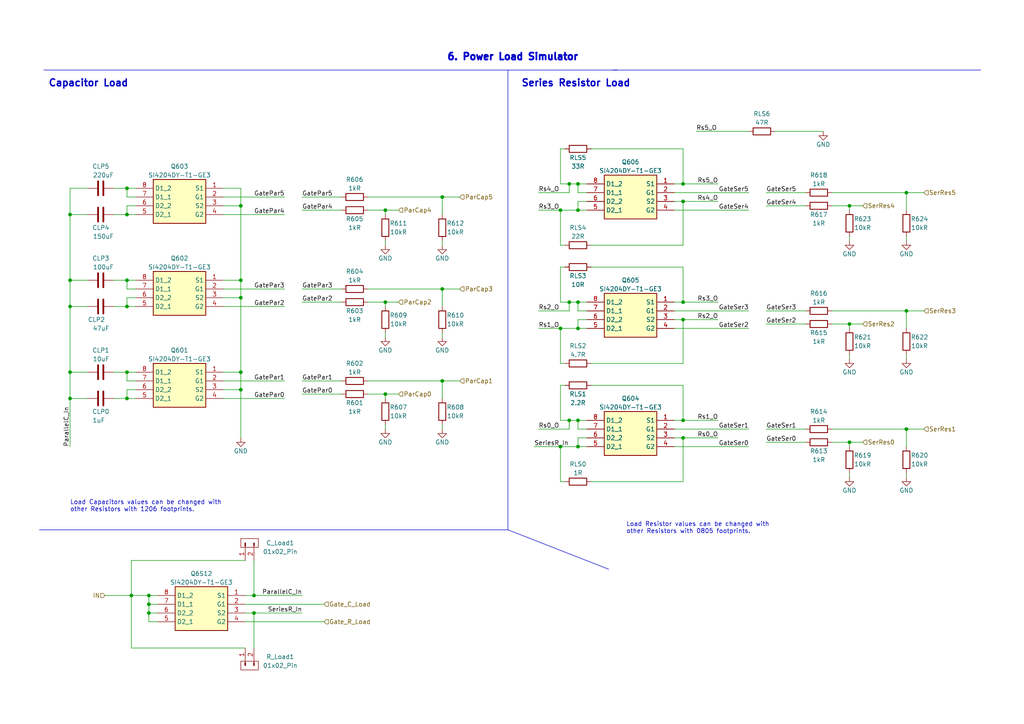
<source format=kicad_sch>
(kicad_sch (version 20230121) (generator eeschema)

  (uuid b41a96c5-e6c4-48ad-a68d-d19fa538477c)

  (paper "A4")

  (title_block
    (title "Solar Energy Manager")
    (rev "v1.0")
    (company "Thesis")
    (comment 1 "Author: Jason F J")
    (comment 2 "Matrk No: 3100513")
  )

  (lib_symbols
    (symbol "Connector:Conn_01x02_Pin" (pin_names (offset 1.016) hide) (in_bom yes) (on_board yes)
      (property "Reference" "RESET1" (at 0 5.08 0)
        (effects (font (size 1.27 1.27)))
      )
      (property "Value" "01x02_Pin" (at 0.635 2.54 0)
        (effects (font (size 1.27 1.27)))
      )
      (property "Footprint" "" (at 0 0 0)
        (effects (font (size 1.27 1.27)) hide)
      )
      (property "Datasheet" "~" (at 0 0 0)
        (effects (font (size 1.27 1.27)) hide)
      )
      (property "ki_locked" "" (at 0 0 0)
        (effects (font (size 1.27 1.27)))
      )
      (property "ki_keywords" "connector" (at 0 0 0)
        (effects (font (size 1.27 1.27)) hide)
      )
      (property "ki_description" "Generic connector, single row, 01x02, script generated" (at 0 0 0)
        (effects (font (size 1.27 1.27)) hide)
      )
      (property "ki_fp_filters" "Connector*:*_1x??_*" (at 0 0 0)
        (effects (font (size 1.27 1.27)) hide)
      )
      (symbol "Conn_01x02_Pin_1_1"
        (rectangle (start -1.27 1.27) (end 1.27 -3.81)
          (stroke (width 0) (type default))
          (fill (type none))
        )
        (polyline
          (pts
            (xy 1.27 -2.54)
            (xy 0.8636 -2.54)
          )
          (stroke (width 0.1524) (type default))
          (fill (type none))
        )
        (polyline
          (pts
            (xy 1.27 0)
            (xy 0.8636 0)
          )
          (stroke (width 0.1524) (type default))
          (fill (type none))
        )
        (rectangle (start 0.8636 -2.413) (end 0 -2.667)
          (stroke (width 0.1524) (type default))
          (fill (type outline))
        )
        (rectangle (start 0.8636 0.127) (end 0 -0.127)
          (stroke (width 0.1524) (type default))
          (fill (type outline))
        )
        (pin passive line (at 5.08 0 180) (length 3.81)
          (name "Pin_1" (effects (font (size 1.27 1.27))))
          (number "1" (effects (font (size 1.27 1.27))))
        )
        (pin passive line (at 5.08 -2.54 180) (length 3.81)
          (name "Pin_2" (effects (font (size 1.27 1.27))))
          (number "2" (effects (font (size 1.27 1.27))))
        )
      )
    )
    (symbol "Device:C" (pin_numbers hide) (pin_names (offset 0.254)) (in_bom yes) (on_board yes)
      (property "Reference" "C" (at 0.635 2.54 0)
        (effects (font (size 1.27 1.27)) (justify left))
      )
      (property "Value" "C" (at 0.635 -2.54 0)
        (effects (font (size 1.27 1.27)) (justify left))
      )
      (property "Footprint" "" (at 0.9652 -3.81 0)
        (effects (font (size 1.27 1.27)) hide)
      )
      (property "Datasheet" "~" (at 0 0 0)
        (effects (font (size 1.27 1.27)) hide)
      )
      (property "ki_keywords" "cap capacitor" (at 0 0 0)
        (effects (font (size 1.27 1.27)) hide)
      )
      (property "ki_description" "Unpolarized capacitor" (at 0 0 0)
        (effects (font (size 1.27 1.27)) hide)
      )
      (property "ki_fp_filters" "C_*" (at 0 0 0)
        (effects (font (size 1.27 1.27)) hide)
      )
      (symbol "C_0_1"
        (polyline
          (pts
            (xy -2.032 -0.762)
            (xy 2.032 -0.762)
          )
          (stroke (width 0.508) (type default))
          (fill (type none))
        )
        (polyline
          (pts
            (xy -2.032 0.762)
            (xy 2.032 0.762)
          )
          (stroke (width 0.508) (type default))
          (fill (type none))
        )
      )
      (symbol "C_1_1"
        (pin passive line (at 0 3.81 270) (length 2.794)
          (name "~" (effects (font (size 1.27 1.27))))
          (number "1" (effects (font (size 1.27 1.27))))
        )
        (pin passive line (at 0 -3.81 90) (length 2.794)
          (name "~" (effects (font (size 1.27 1.27))))
          (number "2" (effects (font (size 1.27 1.27))))
        )
      )
    )
    (symbol "Device:R" (pin_numbers hide) (pin_names (offset 0)) (in_bom yes) (on_board yes)
      (property "Reference" "R" (at 2.032 0 90)
        (effects (font (size 1.27 1.27)))
      )
      (property "Value" "R" (at 0 0 90)
        (effects (font (size 1.27 1.27)))
      )
      (property "Footprint" "" (at -1.778 0 90)
        (effects (font (size 1.27 1.27)) hide)
      )
      (property "Datasheet" "~" (at 0 0 0)
        (effects (font (size 1.27 1.27)) hide)
      )
      (property "ki_keywords" "R res resistor" (at 0 0 0)
        (effects (font (size 1.27 1.27)) hide)
      )
      (property "ki_description" "Resistor" (at 0 0 0)
        (effects (font (size 1.27 1.27)) hide)
      )
      (property "ki_fp_filters" "R_*" (at 0 0 0)
        (effects (font (size 1.27 1.27)) hide)
      )
      (symbol "R_0_1"
        (rectangle (start -1.016 -2.54) (end 1.016 2.54)
          (stroke (width 0.254) (type default))
          (fill (type none))
        )
      )
      (symbol "R_1_1"
        (pin passive line (at 0 3.81 270) (length 1.27)
          (name "~" (effects (font (size 1.27 1.27))))
          (number "1" (effects (font (size 1.27 1.27))))
        )
        (pin passive line (at 0 -3.81 90) (length 1.27)
          (name "~" (effects (font (size 1.27 1.27))))
          (number "2" (effects (font (size 1.27 1.27))))
        )
      )
    )
    (symbol "SI4204DY-T1-GE3_1" (in_bom yes) (on_board yes)
      (property "Reference" "Q601" (at 3.81 7.62 0)
        (effects (font (size 1.27 1.27)))
      )
      (property "Value" "SI4204DY-T1-GE3" (at 3.81 5.08 0)
        (effects (font (size 1.27 1.27)))
      )
      (property "Footprint" "SI4204DY-T1-GE3:SOIC127P600X175-8N" (at 21.59 -94.92 0)
        (effects (font (size 1.27 1.27)) (justify left top) hide)
      )
      (property "Datasheet" "https://www.vishay.com/docs/65154/si4204dy.pdf" (at 21.59 -194.92 0)
        (effects (font (size 1.27 1.27)) (justify left top) hide)
      )
      (property "Height" "1.75" (at 21.59 -394.92 0)
        (effects (font (size 1.27 1.27)) (justify left top) hide)
      )
      (property "Mouser Part Number" "781-SI4204DY-T1-GE3" (at 21.59 -494.92 0)
        (effects (font (size 1.27 1.27)) (justify left top) hide)
      )
      (property "Mouser Price/Stock" "https://www.mouser.co.uk/ProductDetail/Vishay-Semiconductors/SI4204DY-T1-GE3?qs=WX95TUc1y56KMN7BzssOTA%3D%3D" (at 21.59 -594.92 0)
        (effects (font (size 1.27 1.27)) (justify left top) hide)
      )
      (property "Manufacturer_Name" "Vishay" (at 21.59 -694.92 0)
        (effects (font (size 1.27 1.27)) (justify left top) hide)
      )
      (property "Manufacturer_Part_Number" "SI4204DY-T1-GE3" (at 21.59 -794.92 0)
        (effects (font (size 1.27 1.27)) (justify left top) hide)
      )
      (property "ki_description" "Dual N-Ch MOSFET SO-8 BWL 20V 4.6mohm @" (at 0 0 0)
        (effects (font (size 1.27 1.27)) hide)
      )
      (symbol "SI4204DY-T1-GE3_1_1_1"
        (rectangle (start -3.81 3.81) (end 11.43 -8.89)
          (stroke (width 0.254) (type default))
          (fill (type background))
        )
        (pin passive line (at -8.89 1.27 0) (length 5.08)
          (name "S1" (effects (font (size 1.27 1.27))))
          (number "1" (effects (font (size 1.27 1.27))))
        )
        (pin passive line (at -8.89 -1.27 0) (length 5.08)
          (name "G1" (effects (font (size 1.27 1.27))))
          (number "2" (effects (font (size 1.27 1.27))))
        )
        (pin passive line (at -8.89 -3.81 0) (length 5.08)
          (name "S2" (effects (font (size 1.27 1.27))))
          (number "3" (effects (font (size 1.27 1.27))))
        )
        (pin passive line (at -8.89 -6.35 0) (length 5.08)
          (name "G2" (effects (font (size 1.27 1.27))))
          (number "4" (effects (font (size 1.27 1.27))))
        )
        (pin passive line (at 16.51 -6.35 180) (length 5.08)
          (name "D2_1" (effects (font (size 1.27 1.27))))
          (number "5" (effects (font (size 1.27 1.27))))
        )
        (pin passive line (at 16.51 -3.81 180) (length 5.08)
          (name "D2_2" (effects (font (size 1.27 1.27))))
          (number "6" (effects (font (size 1.27 1.27))))
        )
        (pin passive line (at 16.51 -1.27 180) (length 5.08)
          (name "D1_1" (effects (font (size 1.27 1.27))))
          (number "7" (effects (font (size 1.27 1.27))))
        )
        (pin passive line (at 16.51 1.27 180) (length 5.08)
          (name "D1_2" (effects (font (size 1.27 1.27))))
          (number "8" (effects (font (size 1.27 1.27))))
        )
      )
    )
    (symbol "power:GND" (power) (pin_names (offset 0)) (in_bom yes) (on_board yes)
      (property "Reference" "#PWR" (at 0 -6.35 0)
        (effects (font (size 1.27 1.27)) hide)
      )
      (property "Value" "GND" (at 0 -3.81 0)
        (effects (font (size 1.27 1.27)))
      )
      (property "Footprint" "" (at 0 0 0)
        (effects (font (size 1.27 1.27)) hide)
      )
      (property "Datasheet" "" (at 0 0 0)
        (effects (font (size 1.27 1.27)) hide)
      )
      (property "ki_keywords" "global power" (at 0 0 0)
        (effects (font (size 1.27 1.27)) hide)
      )
      (property "ki_description" "Power symbol creates a global label with name \"GND\" , ground" (at 0 0 0)
        (effects (font (size 1.27 1.27)) hide)
      )
      (symbol "GND_0_1"
        (polyline
          (pts
            (xy 0 0)
            (xy 0 -1.27)
            (xy 1.27 -1.27)
            (xy 0 -2.54)
            (xy -1.27 -1.27)
            (xy 0 -1.27)
          )
          (stroke (width 0) (type default))
          (fill (type none))
        )
      )
      (symbol "GND_1_1"
        (pin power_in line (at 0 0 270) (length 0) hide
          (name "GND" (effects (font (size 1.27 1.27))))
          (number "1" (effects (font (size 1.27 1.27))))
        )
      )
    )
  )

  (junction (at 73.66 172.72) (diameter 0) (color 0 0 0 0)
    (uuid 0960ca86-8909-4a91-86a2-a9d57a6e83a3)
  )
  (junction (at 198.12 121.92) (diameter 0) (color 0 0 0 0)
    (uuid 10fc7185-1a1d-4b23-9714-8689c20b187c)
  )
  (junction (at 167.64 60.96) (diameter 0) (color 0 0 0 0)
    (uuid 1a61ca28-f63f-42be-9b28-9643ed20db27)
  )
  (junction (at 198.12 58.42) (diameter 0) (color 0 0 0 0)
    (uuid 1beea48a-69c1-441e-b6d7-374a4941607e)
  )
  (junction (at 69.85 107.95) (diameter 0) (color 0 0 0 0)
    (uuid 2635f353-6a5e-45fc-8d90-f65a55b5e310)
  )
  (junction (at 69.85 81.28) (diameter 0) (color 0 0 0 0)
    (uuid 2cf812fc-876b-4ffb-a6ce-76f3b90fb835)
  )
  (junction (at 167.64 87.63) (diameter 0) (color 0 0 0 0)
    (uuid 3050ad09-5a3c-4b6a-872d-ad04b1992b1b)
  )
  (junction (at 128.27 110.49) (diameter 0) (color 0 0 0 0)
    (uuid 38b5d82d-6235-4450-9e9b-fcc3a8472643)
  )
  (junction (at 36.83 54.61) (diameter 0) (color 0 0 0 0)
    (uuid 3c132cc5-3ef9-4dd9-87cc-6a9fbc615f82)
  )
  (junction (at 20.32 115.57) (diameter 0) (color 0 0 0 0)
    (uuid 486c8508-d053-491f-b678-593c94a806ed)
  )
  (junction (at 167.64 95.25) (diameter 0) (color 0 0 0 0)
    (uuid 4ba1af9f-3d75-48f3-aa70-e6061c7c08b9)
  )
  (junction (at 165.1 87.63) (diameter 0) (color 0 0 0 0)
    (uuid 4c24220f-8bfa-4217-a17b-5f0999482248)
  )
  (junction (at 43.18 172.72) (diameter 0) (color 0 0 0 0)
    (uuid 5279a52c-e957-41a0-933e-670365ea9a6f)
  )
  (junction (at 36.83 62.23) (diameter 0) (color 0 0 0 0)
    (uuid 5c9c886c-8985-4959-bbf6-3f7d3570ba45)
  )
  (junction (at 43.18 175.26) (diameter 0) (color 0 0 0 0)
    (uuid 612a0d96-2ffd-41a1-8093-bcff09be92bd)
  )
  (junction (at 73.66 177.8) (diameter 0) (color 0 0 0 0)
    (uuid 696a767c-1e7e-4b6e-9d52-12fe1e105783)
  )
  (junction (at 69.85 113.03) (diameter 0) (color 0 0 0 0)
    (uuid 6be56a1b-c9fa-4d71-9e98-71189f398c52)
  )
  (junction (at 246.38 128.27) (diameter 0) (color 0 0 0 0)
    (uuid 6f106ec7-86c1-4ece-8072-0c356e96343f)
  )
  (junction (at 167.64 121.92) (diameter 0) (color 0 0 0 0)
    (uuid 759a8b4e-6852-477a-8149-32b0e2687298)
  )
  (junction (at 246.38 59.69) (diameter 0) (color 0 0 0 0)
    (uuid 7ccb857c-302a-43b5-bdf7-a37ff5c64446)
  )
  (junction (at 69.85 86.36) (diameter 0) (color 0 0 0 0)
    (uuid 8a0f7fe1-9a81-4852-b664-178651e79788)
  )
  (junction (at 20.32 62.23) (diameter 0) (color 0 0 0 0)
    (uuid 92d1e795-2803-40d9-81f5-8a7fa4a9fdec)
  )
  (junction (at 20.32 107.95) (diameter 0) (color 0 0 0 0)
    (uuid 95eac605-c6a6-47fe-bc47-76ecb759ef8c)
  )
  (junction (at 262.89 90.17) (diameter 0) (color 0 0 0 0)
    (uuid 9851f185-ed2a-42f8-9849-1a5c402d5346)
  )
  (junction (at 198.12 87.63) (diameter 0) (color 0 0 0 0)
    (uuid 990232a4-184c-4fda-bf7d-ad9b08b2a931)
  )
  (junction (at 43.18 177.8) (diameter 0) (color 0 0 0 0)
    (uuid 998be9a4-11f7-49c3-a4f2-749590e39c10)
  )
  (junction (at 262.89 55.88) (diameter 0) (color 0 0 0 0)
    (uuid 9e374cea-936a-438a-a0ee-ce109824add6)
  )
  (junction (at 165.1 53.34) (diameter 0) (color 0 0 0 0)
    (uuid a1910267-bf6e-49fa-8089-49383f0c97aa)
  )
  (junction (at 20.32 81.28) (diameter 0) (color 0 0 0 0)
    (uuid a528d056-ee9e-4793-99de-cba4bf74e743)
  )
  (junction (at 20.32 88.9) (diameter 0) (color 0 0 0 0)
    (uuid a75bfc84-2f84-496e-9720-8659ea6756e9)
  )
  (junction (at 262.89 124.46) (diameter 0) (color 0 0 0 0)
    (uuid a8957a1b-d44c-47ac-b9a4-250d36f064d9)
  )
  (junction (at 167.64 129.54) (diameter 0) (color 0 0 0 0)
    (uuid a8b9eed8-ee2b-4892-89d6-fe7de376925b)
  )
  (junction (at 162.56 60.96) (diameter 0) (color 0 0 0 0)
    (uuid b1bd098e-f521-45d3-9dfc-a113059bad7c)
  )
  (junction (at 36.83 107.95) (diameter 0) (color 0 0 0 0)
    (uuid b516c2cc-ba72-4197-9c95-7ef0d37d4ddf)
  )
  (junction (at 246.38 93.98) (diameter 0) (color 0 0 0 0)
    (uuid b894a4d3-2c02-41bb-8411-cc3439044076)
  )
  (junction (at 198.12 127) (diameter 0) (color 0 0 0 0)
    (uuid c2fade3b-196e-42ba-88ea-aab3e7308a4b)
  )
  (junction (at 69.85 59.69) (diameter 0) (color 0 0 0 0)
    (uuid c8f9e6e6-5970-410e-83c6-cf189f484b16)
  )
  (junction (at 36.83 115.57) (diameter 0) (color 0 0 0 0)
    (uuid cb2cc609-19c9-474f-8b85-6bf71a241afe)
  )
  (junction (at 111.76 114.3) (diameter 0) (color 0 0 0 0)
    (uuid cb784b72-40a8-4694-aa2e-901ff22036a2)
  )
  (junction (at 165.1 121.92) (diameter 0) (color 0 0 0 0)
    (uuid cc82bd12-3c50-4019-b737-6d335b4f5b9f)
  )
  (junction (at 38.1 172.72) (diameter 0) (color 0 0 0 0)
    (uuid d152c978-2e6b-42af-9f15-b956e5c84ab4)
  )
  (junction (at 167.64 53.34) (diameter 0) (color 0 0 0 0)
    (uuid d1d887b2-495e-4546-b893-dd5cabdf59a5)
  )
  (junction (at 111.76 87.63) (diameter 0) (color 0 0 0 0)
    (uuid d4a790b6-6af7-43e3-a511-558b5ce75bed)
  )
  (junction (at 128.27 57.15) (diameter 0) (color 0 0 0 0)
    (uuid d5c59896-6bf6-4fec-aabc-1172daf77d77)
  )
  (junction (at 198.12 53.34) (diameter 0) (color 0 0 0 0)
    (uuid d8cb8cd0-1ef4-4c3b-af3a-a4564346bc7e)
  )
  (junction (at 198.12 92.71) (diameter 0) (color 0 0 0 0)
    (uuid dc94adc9-ee22-49ab-aff1-9efd6aba9644)
  )
  (junction (at 111.76 60.96) (diameter 0) (color 0 0 0 0)
    (uuid e2406836-0346-425a-a6cd-1395cf0e8a7f)
  )
  (junction (at 36.83 81.28) (diameter 0) (color 0 0 0 0)
    (uuid e5b561fb-ca6b-4967-8ed2-2af4c7fb2270)
  )
  (junction (at 36.83 88.9) (diameter 0) (color 0 0 0 0)
    (uuid e6b19ffe-a222-47f8-9b15-8090563d8a98)
  )
  (junction (at 128.27 83.82) (diameter 0) (color 0 0 0 0)
    (uuid e94f0921-cbc1-40c5-9be9-c1a460e9b083)
  )
  (junction (at 162.56 129.54) (diameter 0) (color 0 0 0 0)
    (uuid f5e89f48-060e-48a1-839e-c3d7f7d2359c)
  )
  (junction (at 162.56 95.25) (diameter 0) (color 0 0 0 0)
    (uuid f707a915-5320-4d71-9c25-68e8aa7c03b0)
  )

  (wire (pts (xy 167.64 95.25) (xy 162.56 95.25))
    (stroke (width 0) (type default))
    (uuid 006ae7aa-6e27-4355-82a6-875e4fa2a38c)
  )
  (wire (pts (xy 36.83 59.69) (xy 39.37 59.69))
    (stroke (width 0) (type default))
    (uuid 01672921-d03b-46bb-9dbd-59a67eed29c9)
  )
  (wire (pts (xy 224.79 38.1) (xy 238.76 38.1))
    (stroke (width 0) (type default))
    (uuid 01b40d7b-615b-4161-a420-f460cd54b129)
  )
  (wire (pts (xy 33.02 62.23) (xy 36.83 62.23))
    (stroke (width 0) (type default))
    (uuid 04465333-08d3-46ee-ae36-d5578f50212a)
  )
  (wire (pts (xy 20.32 54.61) (xy 20.32 62.23))
    (stroke (width 0) (type default))
    (uuid 05ac9b58-9b62-4528-ac7d-12aa78ea67e8)
  )
  (wire (pts (xy 71.12 187.96) (xy 38.1 187.96))
    (stroke (width 0) (type default))
    (uuid 0736117f-9516-4f01-8212-0e6599501dc9)
  )
  (wire (pts (xy 262.89 102.87) (xy 262.89 104.14))
    (stroke (width 0) (type default))
    (uuid 076a7b06-0669-4cd5-9a85-a60e962a2e17)
  )
  (wire (pts (xy 241.3 55.88) (xy 262.89 55.88))
    (stroke (width 0) (type default))
    (uuid 0996cbe7-fe76-4941-b450-c34020c3f580)
  )
  (wire (pts (xy 170.18 121.92) (xy 167.64 121.92))
    (stroke (width 0) (type default))
    (uuid 0b71b6ee-0beb-4849-bb23-7f6cf85c7a35)
  )
  (wire (pts (xy 195.58 87.63) (xy 198.12 87.63))
    (stroke (width 0) (type default))
    (uuid 0bb26d39-62b5-410e-9b84-8431d5f8e627)
  )
  (wire (pts (xy 198.12 77.47) (xy 198.12 87.63))
    (stroke (width 0) (type default))
    (uuid 0ce0029a-7c89-46f5-b727-febe85adac88)
  )
  (polyline (pts (xy 179.07 20.32) (xy 177.8 20.32))
    (stroke (width 0) (type default))
    (uuid 0ce377fe-5def-48e4-88a0-663bff371651)
  )

  (wire (pts (xy 156.21 60.96) (xy 162.56 60.96))
    (stroke (width 0) (type default))
    (uuid 0ee18d8a-086d-4013-a72b-023b0a577c17)
  )
  (wire (pts (xy 106.68 110.49) (xy 128.27 110.49))
    (stroke (width 0) (type default))
    (uuid 0f64f7fb-127d-473f-9c0a-13f005489b8b)
  )
  (wire (pts (xy 170.18 129.54) (xy 167.64 129.54))
    (stroke (width 0) (type default))
    (uuid 136cbdbc-ab11-445f-ad52-a7adad32f8d8)
  )
  (wire (pts (xy 128.27 123.19) (xy 128.27 124.46))
    (stroke (width 0) (type default))
    (uuid 16f21f6e-7fbe-45b2-be2b-de36746ac782)
  )
  (wire (pts (xy 69.85 54.61) (xy 69.85 59.69))
    (stroke (width 0) (type default))
    (uuid 193603c9-119f-46a0-bd8d-6c760d088ea2)
  )
  (wire (pts (xy 246.38 137.16) (xy 246.38 138.43))
    (stroke (width 0) (type default))
    (uuid 1ada65fb-9b8d-4f30-9dfe-c3b93b06f2b9)
  )
  (wire (pts (xy 30.48 172.72) (xy 38.1 172.72))
    (stroke (width 0) (type default))
    (uuid 1c2dece5-cf37-4539-824b-98dede9b03c4)
  )
  (wire (pts (xy 201.93 38.1) (xy 217.17 38.1))
    (stroke (width 0) (type default))
    (uuid 1cbe8d95-6935-43cf-bc24-7cdf2a0b24e6)
  )
  (wire (pts (xy 167.64 129.54) (xy 162.56 129.54))
    (stroke (width 0) (type default))
    (uuid 1cfd646d-7a66-4f24-af03-d2dfe42df4cc)
  )
  (wire (pts (xy 171.45 105.41) (xy 198.12 105.41))
    (stroke (width 0) (type default))
    (uuid 1f240d87-d033-4222-bf13-c84c50a31c71)
  )
  (wire (pts (xy 106.68 87.63) (xy 111.76 87.63))
    (stroke (width 0) (type default))
    (uuid 1f3f76c9-dee2-4623-8e3d-4bc75fd649b1)
  )
  (wire (pts (xy 195.58 124.46) (xy 217.17 124.46))
    (stroke (width 0) (type default))
    (uuid 2299a3f2-ef5b-45ba-ad10-cf187e48ad05)
  )
  (wire (pts (xy 20.32 62.23) (xy 25.4 62.23))
    (stroke (width 0) (type default))
    (uuid 242f9c26-e7c2-429c-af33-507eaad92cc6)
  )
  (wire (pts (xy 195.58 53.34) (xy 198.12 53.34))
    (stroke (width 0) (type default))
    (uuid 25403eca-5459-48f2-b674-4fbca0c98e77)
  )
  (wire (pts (xy 111.76 87.63) (xy 115.57 87.63))
    (stroke (width 0) (type default))
    (uuid 2701b7af-0837-4f1c-b0f8-7fa16d4a433e)
  )
  (wire (pts (xy 170.18 90.17) (xy 167.64 90.17))
    (stroke (width 0) (type default))
    (uuid 27444898-7ab5-4d75-b1be-d39be078f675)
  )
  (wire (pts (xy 195.58 92.71) (xy 198.12 92.71))
    (stroke (width 0) (type default))
    (uuid 27a45e7c-856c-4250-ac38-bcb4002e1382)
  )
  (wire (pts (xy 69.85 107.95) (xy 69.85 113.03))
    (stroke (width 0) (type default))
    (uuid 2a421989-069e-4ae1-900a-b0271fc543f8)
  )
  (wire (pts (xy 106.68 83.82) (xy 128.27 83.82))
    (stroke (width 0) (type default))
    (uuid 2b749fc7-e1b4-4606-8293-d82d121da55f)
  )
  (wire (pts (xy 38.1 162.56) (xy 38.1 172.72))
    (stroke (width 0) (type default))
    (uuid 2c75e526-85c3-4758-9afd-0b84119f4af5)
  )
  (wire (pts (xy 36.83 86.36) (xy 39.37 86.36))
    (stroke (width 0) (type default))
    (uuid 2c8bc783-85de-4ea7-9740-0b919e59e132)
  )
  (wire (pts (xy 39.37 113.03) (xy 36.83 113.03))
    (stroke (width 0) (type default))
    (uuid 2eea8ba7-addc-4870-92ea-94ad13b8c082)
  )
  (wire (pts (xy 106.68 60.96) (xy 111.76 60.96))
    (stroke (width 0) (type default))
    (uuid 2f6b6001-3604-4252-a92e-4f24039d9c2b)
  )
  (wire (pts (xy 195.58 55.88) (xy 217.17 55.88))
    (stroke (width 0) (type default))
    (uuid 2ffea52c-e95b-4dc0-a4a4-2bb6f8971421)
  )
  (wire (pts (xy 222.25 90.17) (xy 233.68 90.17))
    (stroke (width 0) (type default))
    (uuid 3025c6e1-4f58-4749-a02e-bc2df9448ebb)
  )
  (wire (pts (xy 162.56 77.47) (xy 163.83 77.47))
    (stroke (width 0) (type default))
    (uuid 31d9b2c6-ffe5-41d3-be76-653d120f58e3)
  )
  (wire (pts (xy 262.89 124.46) (xy 267.97 124.46))
    (stroke (width 0) (type default))
    (uuid 321f20c1-e009-43bb-96f7-6725ee33971a)
  )
  (wire (pts (xy 71.12 172.72) (xy 73.66 172.72))
    (stroke (width 0) (type default))
    (uuid 323d9f43-7e45-492d-ba34-21b0d30bf976)
  )
  (wire (pts (xy 128.27 57.15) (xy 128.27 62.23))
    (stroke (width 0) (type default))
    (uuid 350ec4a6-f222-4743-9853-d6a7490e54f7)
  )
  (wire (pts (xy 64.77 81.28) (xy 69.85 81.28))
    (stroke (width 0) (type default))
    (uuid 3523b96d-3d03-4223-b7a5-910faec2aa27)
  )
  (wire (pts (xy 87.63 83.82) (xy 99.06 83.82))
    (stroke (width 0) (type default))
    (uuid 35428230-ab3b-4835-83fc-67d30e524c91)
  )
  (wire (pts (xy 111.76 114.3) (xy 115.57 114.3))
    (stroke (width 0) (type default))
    (uuid 365f2667-c7a9-4fd2-9d56-e5b59dfdd46b)
  )
  (wire (pts (xy 222.25 128.27) (xy 233.68 128.27))
    (stroke (width 0) (type default))
    (uuid 36a801a8-5d42-4591-8f0c-8a502f799e02)
  )
  (wire (pts (xy 198.12 92.71) (xy 198.12 105.41))
    (stroke (width 0) (type default))
    (uuid 385b725a-e8a7-499e-88ec-67afcedc4caa)
  )
  (wire (pts (xy 73.66 177.8) (xy 87.63 177.8))
    (stroke (width 0) (type default))
    (uuid 398a7b9a-70d1-4d70-9da2-5996c9fb2ae9)
  )
  (wire (pts (xy 170.18 124.46) (xy 167.64 124.46))
    (stroke (width 0) (type default))
    (uuid 39bdb15d-54af-4d6d-abea-d2830bc4c5af)
  )
  (wire (pts (xy 38.1 187.96) (xy 38.1 172.72))
    (stroke (width 0) (type default))
    (uuid 3b22c7d6-c9f9-4352-9555-986c454ffa41)
  )
  (wire (pts (xy 162.56 60.96) (xy 162.56 71.12))
    (stroke (width 0) (type default))
    (uuid 3bd25ab2-bc8e-4a7e-80a0-9c1b5da3f484)
  )
  (wire (pts (xy 156.21 124.46) (xy 165.1 124.46))
    (stroke (width 0) (type default))
    (uuid 3da9d529-17eb-40a4-b230-41c928a1c4c4)
  )
  (wire (pts (xy 162.56 87.63) (xy 162.56 77.47))
    (stroke (width 0) (type default))
    (uuid 406322c2-a402-42f5-8c76-ecd31ab3e9f0)
  )
  (wire (pts (xy 167.64 60.96) (xy 162.56 60.96))
    (stroke (width 0) (type default))
    (uuid 41c93cd8-522b-449b-a8ad-e4c463b1ec7b)
  )
  (wire (pts (xy 111.76 60.96) (xy 111.76 62.23))
    (stroke (width 0) (type default))
    (uuid 426a7d16-2d84-4006-a1a1-adb5343ca9b5)
  )
  (wire (pts (xy 128.27 110.49) (xy 128.27 115.57))
    (stroke (width 0) (type default))
    (uuid 44935b90-9c62-4873-a608-6c7625663a61)
  )
  (wire (pts (xy 154.94 129.54) (xy 162.56 129.54))
    (stroke (width 0) (type default))
    (uuid 4603d075-f30f-43a5-9455-c1a779783479)
  )
  (wire (pts (xy 69.85 59.69) (xy 69.85 81.28))
    (stroke (width 0) (type default))
    (uuid 460457b1-31f5-4778-9933-3d3b71468ab0)
  )
  (wire (pts (xy 171.45 71.12) (xy 198.12 71.12))
    (stroke (width 0) (type default))
    (uuid 46ed5488-7386-4c88-809f-2697b3ea6594)
  )
  (wire (pts (xy 20.32 88.9) (xy 20.32 107.95))
    (stroke (width 0) (type default))
    (uuid 47068a65-ba1e-477e-83d8-8255d22b365d)
  )
  (wire (pts (xy 64.77 88.9) (xy 82.55 88.9))
    (stroke (width 0) (type default))
    (uuid 4783f4fd-b1ff-4438-9aa3-337478145fab)
  )
  (wire (pts (xy 20.32 81.28) (xy 20.32 88.9))
    (stroke (width 0) (type default))
    (uuid 47f69d90-5448-4128-ab7a-9ed81bb45a32)
  )
  (wire (pts (xy 170.18 60.96) (xy 167.64 60.96))
    (stroke (width 0) (type default))
    (uuid 48665b25-c9ec-4bb0-aabf-003e081fb4dc)
  )
  (wire (pts (xy 167.64 53.34) (xy 165.1 53.34))
    (stroke (width 0) (type default))
    (uuid 4c7f2b85-6a70-4ff3-a5e8-a39b84587a2f)
  )
  (wire (pts (xy 195.58 129.54) (xy 217.17 129.54))
    (stroke (width 0) (type default))
    (uuid 4d22834d-eb77-4899-8a58-652c54b6f033)
  )
  (wire (pts (xy 71.12 180.34) (xy 93.98 180.34))
    (stroke (width 0) (type default))
    (uuid 4d36e49b-81c5-48f1-81bf-1ed0fbd2525b)
  )
  (polyline (pts (xy 12.7 20.32) (xy 284.48 20.32))
    (stroke (width 0) (type default))
    (uuid 4e7080bc-ce0f-48cd-bc2c-a8b399dbe2c9)
  )

  (wire (pts (xy 162.56 129.54) (xy 162.56 139.7))
    (stroke (width 0) (type default))
    (uuid 4e7b238e-f1c3-474e-962c-57b32eb4eab2)
  )
  (wire (pts (xy 20.32 88.9) (xy 25.4 88.9))
    (stroke (width 0) (type default))
    (uuid 4eecf0aa-c70d-482c-8a60-6ce538707359)
  )
  (wire (pts (xy 111.76 69.85) (xy 111.76 71.12))
    (stroke (width 0) (type default))
    (uuid 4eee4fd8-23ca-4cb5-8c38-e42fbd955ca9)
  )
  (wire (pts (xy 64.77 62.23) (xy 82.55 62.23))
    (stroke (width 0) (type default))
    (uuid 507cab37-03cd-4c48-9273-43bd1dce6d7d)
  )
  (wire (pts (xy 262.89 68.58) (xy 262.89 69.85))
    (stroke (width 0) (type default))
    (uuid 53595c24-e86f-4cb7-8f74-5da2d0436b42)
  )
  (wire (pts (xy 165.1 124.46) (xy 165.1 121.92))
    (stroke (width 0) (type default))
    (uuid 53ff8b23-3667-43ad-8ea8-487bbef869e5)
  )
  (wire (pts (xy 64.77 83.82) (xy 82.55 83.82))
    (stroke (width 0) (type default))
    (uuid 54fdd8b8-e76d-4abd-a2c6-ac75afb6491a)
  )
  (wire (pts (xy 195.58 127) (xy 198.12 127))
    (stroke (width 0) (type default))
    (uuid 5524a9fb-99b8-4162-98a2-42ed0638bc03)
  )
  (wire (pts (xy 156.21 90.17) (xy 165.1 90.17))
    (stroke (width 0) (type default))
    (uuid 5584360f-aaba-48f9-9244-55f2fd403f4d)
  )
  (wire (pts (xy 162.56 121.92) (xy 162.56 111.76))
    (stroke (width 0) (type default))
    (uuid 566f2c88-9c3b-4f69-a01e-b7cee7361359)
  )
  (polyline (pts (xy 11.43 153.67) (xy 147.32 153.67))
    (stroke (width 0) (type default))
    (uuid 570b7b97-887e-47d7-b372-dc09f37f79c3)
  )

  (wire (pts (xy 128.27 83.82) (xy 133.35 83.82))
    (stroke (width 0) (type default))
    (uuid 5780aae8-96c7-42f7-af4d-b3edc4e5b763)
  )
  (wire (pts (xy 246.38 93.98) (xy 250.19 93.98))
    (stroke (width 0) (type default))
    (uuid 587d53db-387d-444c-ab17-420f451ea31c)
  )
  (wire (pts (xy 106.68 114.3) (xy 111.76 114.3))
    (stroke (width 0) (type default))
    (uuid 5a150c9b-573e-485b-be23-56ab4822472d)
  )
  (wire (pts (xy 111.76 114.3) (xy 111.76 115.57))
    (stroke (width 0) (type default))
    (uuid 5a89ede4-e309-4aac-bd2c-fd5e9128d979)
  )
  (wire (pts (xy 162.56 111.76) (xy 163.83 111.76))
    (stroke (width 0) (type default))
    (uuid 5b22f867-8520-44b5-a7f2-24736aa3355a)
  )
  (wire (pts (xy 156.21 55.88) (xy 165.1 55.88))
    (stroke (width 0) (type default))
    (uuid 5b26e3a7-649e-4ad7-8129-d12f96477590)
  )
  (wire (pts (xy 128.27 110.49) (xy 133.35 110.49))
    (stroke (width 0) (type default))
    (uuid 5d5ef942-00cf-4cc5-bb77-9189f6c42e24)
  )
  (wire (pts (xy 39.37 62.23) (xy 36.83 62.23))
    (stroke (width 0) (type default))
    (uuid 5dcaad19-7445-421d-b175-8058edf1c9be)
  )
  (wire (pts (xy 106.68 57.15) (xy 128.27 57.15))
    (stroke (width 0) (type default))
    (uuid 5e61db44-5335-4a2c-824c-d16f9433dd79)
  )
  (wire (pts (xy 241.3 128.27) (xy 246.38 128.27))
    (stroke (width 0) (type default))
    (uuid 5e72ca9b-f292-4f47-bc64-d89cda878dc9)
  )
  (wire (pts (xy 39.37 83.82) (xy 36.83 83.82))
    (stroke (width 0) (type default))
    (uuid 5e9f9158-42a6-4cde-973a-d0b7bef92f4d)
  )
  (wire (pts (xy 170.18 58.42) (xy 167.64 58.42))
    (stroke (width 0) (type default))
    (uuid 5f2ce57f-5cf9-433d-b414-9c1ef4a319f2)
  )
  (wire (pts (xy 246.38 93.98) (xy 246.38 95.25))
    (stroke (width 0) (type default))
    (uuid 5f723217-5ab8-45ea-b483-f5fcc6b55cd1)
  )
  (wire (pts (xy 43.18 172.72) (xy 43.18 175.26))
    (stroke (width 0) (type default))
    (uuid 61e109e3-386f-4d33-afb9-0959cf80b8f4)
  )
  (wire (pts (xy 39.37 57.15) (xy 36.83 57.15))
    (stroke (width 0) (type default))
    (uuid 630e7a46-d1f8-476e-8c7c-79151c714d94)
  )
  (wire (pts (xy 64.77 115.57) (xy 82.55 115.57))
    (stroke (width 0) (type default))
    (uuid 637e4eac-ddd3-47ff-8ba1-6946162ac390)
  )
  (wire (pts (xy 45.72 177.8) (xy 43.18 177.8))
    (stroke (width 0) (type default))
    (uuid 64fbd6a4-ea97-40af-9d91-850e807dfe95)
  )
  (wire (pts (xy 246.38 59.69) (xy 250.19 59.69))
    (stroke (width 0) (type default))
    (uuid 654612e4-c5b0-4c16-bffc-3572040aae63)
  )
  (wire (pts (xy 162.56 105.41) (xy 163.83 105.41))
    (stroke (width 0) (type default))
    (uuid 65b1f4d9-b48d-4ba5-8381-c65250c3e3f0)
  )
  (wire (pts (xy 64.77 107.95) (xy 69.85 107.95))
    (stroke (width 0) (type default))
    (uuid 687a8f00-1432-48c4-a588-1b7d858a3528)
  )
  (wire (pts (xy 198.12 127) (xy 208.28 127))
    (stroke (width 0) (type default))
    (uuid 69c9fcff-4f20-4a95-b12a-a07ee4d393f5)
  )
  (wire (pts (xy 241.3 90.17) (xy 262.89 90.17))
    (stroke (width 0) (type default))
    (uuid 69d28abd-8261-4e64-84d0-077cf05a470a)
  )
  (wire (pts (xy 162.56 43.18) (xy 163.83 43.18))
    (stroke (width 0) (type default))
    (uuid 69e9d035-6f17-4c8a-a166-c4d36f7b00e6)
  )
  (wire (pts (xy 20.32 107.95) (xy 25.4 107.95))
    (stroke (width 0) (type default))
    (uuid 69fc0437-6ad1-40be-a056-39bf28103e8b)
  )
  (wire (pts (xy 128.27 83.82) (xy 128.27 88.9))
    (stroke (width 0) (type default))
    (uuid 6b334471-675d-4a1d-adc4-9b850a96d33c)
  )
  (wire (pts (xy 69.85 86.36) (xy 64.77 86.36))
    (stroke (width 0) (type default))
    (uuid 6dd751c5-f400-493d-8545-aa3078c68405)
  )
  (wire (pts (xy 170.18 53.34) (xy 167.64 53.34))
    (stroke (width 0) (type default))
    (uuid 7008bc0d-286d-4c57-9250-eb9aed9ed969)
  )
  (wire (pts (xy 36.83 62.23) (xy 36.83 59.69))
    (stroke (width 0) (type default))
    (uuid 70916704-0ab6-4a9b-9b7a-8300219030c3)
  )
  (wire (pts (xy 222.25 59.69) (xy 233.68 59.69))
    (stroke (width 0) (type default))
    (uuid 7114e4b5-82dd-4c98-8703-37638927fa75)
  )
  (wire (pts (xy 20.32 115.57) (xy 20.32 129.54))
    (stroke (width 0) (type default))
    (uuid 731bd25c-cfd8-4af3-b6fc-7bdca3a01eda)
  )
  (wire (pts (xy 171.45 43.18) (xy 198.12 43.18))
    (stroke (width 0) (type default))
    (uuid 7548b64a-2c54-41dc-b419-810377410b36)
  )
  (polyline (pts (xy 147.32 20.32) (xy 147.32 153.67))
    (stroke (width 0) (type default))
    (uuid 76ba6a53-0851-471f-b47f-82c5a46e430f)
  )

  (wire (pts (xy 246.38 102.87) (xy 246.38 104.14))
    (stroke (width 0) (type default))
    (uuid 7760a040-8e12-43b9-aa26-28732a1f97f3)
  )
  (wire (pts (xy 87.63 110.49) (xy 99.06 110.49))
    (stroke (width 0) (type default))
    (uuid 79492d8f-2c68-4fbf-8c5b-2b270084066c)
  )
  (wire (pts (xy 171.45 139.7) (xy 198.12 139.7))
    (stroke (width 0) (type default))
    (uuid 795ea7dd-f223-4e37-9968-e45cf8fbfc5e)
  )
  (wire (pts (xy 198.12 127) (xy 198.12 139.7))
    (stroke (width 0) (type default))
    (uuid 7dced483-2ad6-4a41-8d0a-6076783bac95)
  )
  (wire (pts (xy 165.1 87.63) (xy 162.56 87.63))
    (stroke (width 0) (type default))
    (uuid 7e4a756a-bab4-496d-80ee-7b2c3ad6ac9a)
  )
  (wire (pts (xy 36.83 81.28) (xy 39.37 81.28))
    (stroke (width 0) (type default))
    (uuid 7f4da338-7653-4e25-9b5e-ce0ca14f8375)
  )
  (wire (pts (xy 241.3 59.69) (xy 246.38 59.69))
    (stroke (width 0) (type default))
    (uuid 82667f55-987b-4aa6-909d-5dfeec3132ec)
  )
  (wire (pts (xy 71.12 177.8) (xy 73.66 177.8))
    (stroke (width 0) (type default))
    (uuid 867bd10c-45e1-4890-957f-b3b02c8f4aa3)
  )
  (wire (pts (xy 195.58 121.92) (xy 198.12 121.92))
    (stroke (width 0) (type default))
    (uuid 877ad5c4-3bba-4d70-a120-d465dbb48818)
  )
  (wire (pts (xy 69.85 113.03) (xy 69.85 127))
    (stroke (width 0) (type default))
    (uuid 8af93133-536a-4802-a310-0ffb66db9319)
  )
  (wire (pts (xy 43.18 175.26) (xy 43.18 177.8))
    (stroke (width 0) (type default))
    (uuid 8b6d61d9-e154-4826-bf89-0bb9196369ae)
  )
  (wire (pts (xy 73.66 177.8) (xy 73.66 187.96))
    (stroke (width 0) (type default))
    (uuid 8be410aa-4f05-41f3-a403-d8b58fa8ef79)
  )
  (wire (pts (xy 20.32 115.57) (xy 25.4 115.57))
    (stroke (width 0) (type default))
    (uuid 8d6fbb9b-e56d-4ac8-8ee1-da825751880e)
  )
  (wire (pts (xy 33.02 81.28) (xy 36.83 81.28))
    (stroke (width 0) (type default))
    (uuid 8e745241-0a03-4b27-8db8-4a84a96e883b)
  )
  (wire (pts (xy 156.21 95.25) (xy 162.56 95.25))
    (stroke (width 0) (type default))
    (uuid 8ea73485-2d6c-4613-9f43-8cf9d2752a0a)
  )
  (wire (pts (xy 128.27 57.15) (xy 133.35 57.15))
    (stroke (width 0) (type default))
    (uuid 90087f65-70f0-4e6c-a01f-8407485939cf)
  )
  (wire (pts (xy 198.12 92.71) (xy 208.28 92.71))
    (stroke (width 0) (type default))
    (uuid 90d24ee3-3e8e-4da2-bfe8-18920efd2776)
  )
  (wire (pts (xy 170.18 87.63) (xy 167.64 87.63))
    (stroke (width 0) (type default))
    (uuid 94a30d4f-4b9a-4a23-a928-28c52fc44e4f)
  )
  (wire (pts (xy 195.58 90.17) (xy 217.17 90.17))
    (stroke (width 0) (type default))
    (uuid 95dc3c77-dca8-4904-8b64-e895c5fe623b)
  )
  (wire (pts (xy 36.83 83.82) (xy 36.83 81.28))
    (stroke (width 0) (type default))
    (uuid 96a69557-aa29-4739-8c6d-c431fa831ca7)
  )
  (wire (pts (xy 36.83 107.95) (xy 39.37 107.95))
    (stroke (width 0) (type default))
    (uuid 99067d42-c7c3-4a82-90e0-2f6eccba1d3c)
  )
  (wire (pts (xy 64.77 110.49) (xy 82.55 110.49))
    (stroke (width 0) (type default))
    (uuid 9a5e4dc6-027a-4e76-ab8b-aeca708f1f98)
  )
  (wire (pts (xy 262.89 90.17) (xy 267.97 90.17))
    (stroke (width 0) (type default))
    (uuid 9b0029e8-3e8b-4c1e-827b-ae25bfa2587f)
  )
  (wire (pts (xy 64.77 57.15) (xy 82.55 57.15))
    (stroke (width 0) (type default))
    (uuid 9c8ffbc7-a98c-4243-8eda-8b36f607b2c5)
  )
  (wire (pts (xy 198.12 111.76) (xy 198.12 121.92))
    (stroke (width 0) (type default))
    (uuid 9cabd33d-8e05-42f8-9e2b-3124967a6949)
  )
  (wire (pts (xy 33.02 54.61) (xy 36.83 54.61))
    (stroke (width 0) (type default))
    (uuid 9cd4dea9-f2d5-4e0e-bc78-c49973b8add0)
  )
  (wire (pts (xy 162.56 71.12) (xy 163.83 71.12))
    (stroke (width 0) (type default))
    (uuid 9de65695-3cbb-4bee-819f-dbb058c0b84a)
  )
  (polyline (pts (xy 147.32 153.67) (xy 176.53 165.1))
    (stroke (width 0) (type default))
    (uuid 9de9faeb-5d9e-4d35-b620-661ad0b2959c)
  )

  (wire (pts (xy 222.25 93.98) (xy 233.68 93.98))
    (stroke (width 0) (type default))
    (uuid 9dff0845-e061-4938-89fe-a642db7dea57)
  )
  (wire (pts (xy 198.12 53.34) (xy 208.28 53.34))
    (stroke (width 0) (type default))
    (uuid 9e5d87c0-0682-4070-af0f-a6f3d6341380)
  )
  (wire (pts (xy 20.32 62.23) (xy 20.32 81.28))
    (stroke (width 0) (type default))
    (uuid a2dc10e2-596d-4901-9f8e-b9104c953373)
  )
  (wire (pts (xy 165.1 90.17) (xy 165.1 87.63))
    (stroke (width 0) (type default))
    (uuid a31efbd4-64a7-4fe1-af4a-443e8826c195)
  )
  (wire (pts (xy 167.64 87.63) (xy 165.1 87.63))
    (stroke (width 0) (type default))
    (uuid a3ce3b29-a2f4-4587-a854-55cce3d6a5d7)
  )
  (wire (pts (xy 43.18 177.8) (xy 43.18 180.34))
    (stroke (width 0) (type default))
    (uuid a3d0a4bb-9b65-4e65-8ea3-9fb12e028834)
  )
  (wire (pts (xy 171.45 111.76) (xy 198.12 111.76))
    (stroke (width 0) (type default))
    (uuid a3f671ba-5902-40aa-9e3c-c5f84ef252d3)
  )
  (wire (pts (xy 71.12 175.26) (xy 93.98 175.26))
    (stroke (width 0) (type default))
    (uuid a63b0bc3-cb50-4585-90d2-dc4ed89eb403)
  )
  (wire (pts (xy 198.12 58.42) (xy 208.28 58.42))
    (stroke (width 0) (type default))
    (uuid a7ddb5c0-b892-470e-b345-99846100d8ad)
  )
  (wire (pts (xy 222.25 124.46) (xy 233.68 124.46))
    (stroke (width 0) (type default))
    (uuid ab51aded-afe4-43cb-8d8f-8c2b9f5e2c39)
  )
  (wire (pts (xy 39.37 110.49) (xy 36.83 110.49))
    (stroke (width 0) (type default))
    (uuid aeac7a90-a089-48c2-957b-77c59a24ebb5)
  )
  (wire (pts (xy 170.18 92.71) (xy 167.64 92.71))
    (stroke (width 0) (type default))
    (uuid af05a30f-5363-4598-bf57-c569d1b0c782)
  )
  (wire (pts (xy 36.83 110.49) (xy 36.83 107.95))
    (stroke (width 0) (type default))
    (uuid af522275-6b75-459c-9e33-0b2df84a5d17)
  )
  (wire (pts (xy 198.12 58.42) (xy 198.12 71.12))
    (stroke (width 0) (type default))
    (uuid b06099b5-c77d-4961-bb9e-ae7f217587a1)
  )
  (wire (pts (xy 111.76 87.63) (xy 111.76 88.9))
    (stroke (width 0) (type default))
    (uuid b21166ad-36c5-4e13-aa46-65d4cdaf88a7)
  )
  (wire (pts (xy 128.27 69.85) (xy 128.27 71.12))
    (stroke (width 0) (type default))
    (uuid b4fd99a1-1e26-4aaf-81bc-f42a4f0a9cdc)
  )
  (wire (pts (xy 69.85 81.28) (xy 69.85 86.36))
    (stroke (width 0) (type default))
    (uuid b6374101-102d-45da-a704-928f74be1ff3)
  )
  (wire (pts (xy 167.64 87.63) (xy 167.64 90.17))
    (stroke (width 0) (type default))
    (uuid baf8eb77-03a9-4494-938a-33c5ccfb2e9c)
  )
  (wire (pts (xy 241.3 124.46) (xy 262.89 124.46))
    (stroke (width 0) (type default))
    (uuid bb4b228a-6811-489b-9e22-178a1a2804d9)
  )
  (wire (pts (xy 87.63 57.15) (xy 99.06 57.15))
    (stroke (width 0) (type default))
    (uuid bd0686a3-7db7-47eb-80a9-347f08648bda)
  )
  (wire (pts (xy 262.89 55.88) (xy 262.89 60.96))
    (stroke (width 0) (type default))
    (uuid bd5e3b42-4d23-4f50-92e0-f31a28033f55)
  )
  (wire (pts (xy 38.1 172.72) (xy 43.18 172.72))
    (stroke (width 0) (type default))
    (uuid bde6c4f1-3e53-46d2-88c0-a1c0713757df)
  )
  (wire (pts (xy 36.83 57.15) (xy 36.83 54.61))
    (stroke (width 0) (type default))
    (uuid becbfa11-46de-4a07-95fe-9d593b5c3d42)
  )
  (wire (pts (xy 20.32 81.28) (xy 25.4 81.28))
    (stroke (width 0) (type default))
    (uuid bedc3fb0-071b-4ee1-8724-139d6eefd95e)
  )
  (wire (pts (xy 198.12 43.18) (xy 198.12 53.34))
    (stroke (width 0) (type default))
    (uuid c10640ca-b021-4a16-a032-9bbf76f31efe)
  )
  (wire (pts (xy 73.66 162.56) (xy 73.66 172.72))
    (stroke (width 0) (type default))
    (uuid c170d251-3739-4f34-b69e-ed0f32ef24b5)
  )
  (wire (pts (xy 45.72 175.26) (xy 43.18 175.26))
    (stroke (width 0) (type default))
    (uuid c54038a8-d56c-48c9-a3e1-5e927d208fd6)
  )
  (wire (pts (xy 222.25 55.88) (xy 233.68 55.88))
    (stroke (width 0) (type default))
    (uuid c5af08eb-fab8-4ee5-b4f9-fc983ee7b13c)
  )
  (wire (pts (xy 43.18 180.34) (xy 45.72 180.34))
    (stroke (width 0) (type default))
    (uuid c93e274a-f020-4044-8073-ff6f385de54f)
  )
  (wire (pts (xy 195.58 95.25) (xy 217.17 95.25))
    (stroke (width 0) (type default))
    (uuid ca4f93fc-204d-47fe-ace3-88d15997ed8e)
  )
  (wire (pts (xy 262.89 124.46) (xy 262.89 129.54))
    (stroke (width 0) (type default))
    (uuid cc91a84d-dd1b-4403-8120-7fa533c7edc2)
  )
  (wire (pts (xy 69.85 86.36) (xy 69.85 107.95))
    (stroke (width 0) (type default))
    (uuid ccbb621c-ae5e-4cd8-9738-bff32022f049)
  )
  (wire (pts (xy 167.64 92.71) (xy 167.64 95.25))
    (stroke (width 0) (type default))
    (uuid cd4c55a3-28f1-4b23-9634-0f7a6011e2b3)
  )
  (wire (pts (xy 262.89 137.16) (xy 262.89 138.43))
    (stroke (width 0) (type default))
    (uuid cdc68e07-2d54-4fa9-9f31-b52ca999be28)
  )
  (wire (pts (xy 170.18 95.25) (xy 167.64 95.25))
    (stroke (width 0) (type default))
    (uuid cf388d76-7b70-41c3-af97-48324e05c9e1)
  )
  (wire (pts (xy 36.83 115.57) (xy 33.02 115.57))
    (stroke (width 0) (type default))
    (uuid d2b2c47f-e794-4746-bdf9-139103f2415c)
  )
  (wire (pts (xy 171.45 77.47) (xy 198.12 77.47))
    (stroke (width 0) (type default))
    (uuid d35b8c59-b685-4397-865f-48b93516a441)
  )
  (wire (pts (xy 167.64 58.42) (xy 167.64 60.96))
    (stroke (width 0) (type default))
    (uuid d4453378-dab4-4439-aa9a-20a0381170dc)
  )
  (wire (pts (xy 246.38 128.27) (xy 250.19 128.27))
    (stroke (width 0) (type default))
    (uuid d468d692-9f44-43df-9a45-689da035f729)
  )
  (wire (pts (xy 111.76 60.96) (xy 115.57 60.96))
    (stroke (width 0) (type default))
    (uuid d7641bd0-4c83-490c-847d-17c18e9b91b6)
  )
  (wire (pts (xy 128.27 96.52) (xy 128.27 97.79))
    (stroke (width 0) (type default))
    (uuid d81cfb14-adb4-4929-947a-e0eb8ce9a1a6)
  )
  (wire (pts (xy 241.3 93.98) (xy 246.38 93.98))
    (stroke (width 0) (type default))
    (uuid d998b2b9-fbc3-4812-ac18-36cdc8cd61fc)
  )
  (wire (pts (xy 111.76 96.52) (xy 111.76 97.79))
    (stroke (width 0) (type default))
    (uuid da8571b5-6d6b-44f2-84d0-44c2908a36c4)
  )
  (wire (pts (xy 246.38 59.69) (xy 246.38 60.96))
    (stroke (width 0) (type default))
    (uuid dbe4b6a4-274a-40d5-8c3e-f410111846a1)
  )
  (wire (pts (xy 198.12 87.63) (xy 208.28 87.63))
    (stroke (width 0) (type default))
    (uuid dcf2d74d-10fd-4261-8bb4-2603a5f4acf1)
  )
  (wire (pts (xy 167.64 121.92) (xy 165.1 121.92))
    (stroke (width 0) (type default))
    (uuid dedb2fd3-107e-4061-a90a-8987c09c7e11)
  )
  (wire (pts (xy 198.12 121.92) (xy 208.28 121.92))
    (stroke (width 0) (type default))
    (uuid dfcf2d26-9403-44f4-90aa-1f2152c76cec)
  )
  (wire (pts (xy 167.64 53.34) (xy 167.64 55.88))
    (stroke (width 0) (type default))
    (uuid e0292768-e906-4792-bc27-d5ff3a74521f)
  )
  (wire (pts (xy 167.64 127) (xy 167.64 129.54))
    (stroke (width 0) (type default))
    (uuid e140b1ef-5f7c-43f3-8b4f-19fc2ea67a25)
  )
  (wire (pts (xy 20.32 54.61) (xy 25.4 54.61))
    (stroke (width 0) (type default))
    (uuid e23917e6-1a0b-4ff7-b040-be2c4b2d38ad)
  )
  (wire (pts (xy 262.89 55.88) (xy 267.97 55.88))
    (stroke (width 0) (type default))
    (uuid e2555827-0891-4c91-b7e9-9c78c73e49ed)
  )
  (wire (pts (xy 165.1 53.34) (xy 162.56 53.34))
    (stroke (width 0) (type default))
    (uuid e295eb6c-cf0d-4498-bfd2-c1322d4fa0bc)
  )
  (wire (pts (xy 39.37 88.9) (xy 36.83 88.9))
    (stroke (width 0) (type default))
    (uuid e2bb8b16-fa7b-492e-a72c-aac92057849b)
  )
  (wire (pts (xy 36.83 88.9) (xy 36.83 86.36))
    (stroke (width 0) (type default))
    (uuid e2c1d2fd-e23f-4243-9049-7ac66d302cdc)
  )
  (wire (pts (xy 162.56 95.25) (xy 162.56 105.41))
    (stroke (width 0) (type default))
    (uuid e5e6b146-e54d-431f-8716-92b3b223d9d8)
  )
  (wire (pts (xy 165.1 55.88) (xy 165.1 53.34))
    (stroke (width 0) (type default))
    (uuid e74f190b-e1b4-41f3-b394-44d32ad253bd)
  )
  (wire (pts (xy 170.18 127) (xy 167.64 127))
    (stroke (width 0) (type default))
    (uuid e86ca522-2cfa-468a-bd33-527234c205df)
  )
  (wire (pts (xy 33.02 88.9) (xy 36.83 88.9))
    (stroke (width 0) (type default))
    (uuid e9434d80-34e9-4c09-a725-09e19da934c2)
  )
  (wire (pts (xy 33.02 107.95) (xy 36.83 107.95))
    (stroke (width 0) (type default))
    (uuid ea71db76-ca72-46d3-a8cb-eefee2887fa6)
  )
  (wire (pts (xy 195.58 58.42) (xy 198.12 58.42))
    (stroke (width 0) (type default))
    (uuid ea73e043-1e84-4935-b823-6f2a574790c1)
  )
  (wire (pts (xy 36.83 115.57) (xy 36.83 113.03))
    (stroke (width 0) (type default))
    (uuid eadea8f2-98e7-4852-8cda-5b820158bdb6)
  )
  (wire (pts (xy 262.89 90.17) (xy 262.89 95.25))
    (stroke (width 0) (type default))
    (uuid ec98697b-a0c2-4739-ab0b-5b50805f2b22)
  )
  (wire (pts (xy 246.38 128.27) (xy 246.38 129.54))
    (stroke (width 0) (type default))
    (uuid ecf33882-d608-430a-aaa4-f137c234bd43)
  )
  (wire (pts (xy 43.18 172.72) (xy 45.72 172.72))
    (stroke (width 0) (type default))
    (uuid ed076bbd-3934-40f3-a31c-7118115aa127)
  )
  (wire (pts (xy 111.76 123.19) (xy 111.76 124.46))
    (stroke (width 0) (type default))
    (uuid ed8af9f2-1a69-400f-bf1c-9ad1a186818c)
  )
  (wire (pts (xy 36.83 54.61) (xy 39.37 54.61))
    (stroke (width 0) (type default))
    (uuid edad77a8-ecb6-4bb8-ab60-040cdd4401bd)
  )
  (wire (pts (xy 71.12 162.56) (xy 38.1 162.56))
    (stroke (width 0) (type default))
    (uuid ee09c87c-a103-4b6e-b2d4-c9ef40958d70)
  )
  (wire (pts (xy 39.37 115.57) (xy 36.83 115.57))
    (stroke (width 0) (type default))
    (uuid eecfcbff-8eba-4e10-91f4-0a7c77e06b50)
  )
  (wire (pts (xy 162.56 53.34) (xy 162.56 43.18))
    (stroke (width 0) (type default))
    (uuid eeec95c0-bdaf-4663-b122-cd7fa8f4fe40)
  )
  (wire (pts (xy 165.1 121.92) (xy 162.56 121.92))
    (stroke (width 0) (type default))
    (uuid ef2d4f4b-4336-40a9-a0a5-aa0031505287)
  )
  (wire (pts (xy 73.66 172.72) (xy 87.63 172.72))
    (stroke (width 0) (type default))
    (uuid f001cdcd-47c1-4630-807a-ead165ffae26)
  )
  (wire (pts (xy 170.18 55.88) (xy 167.64 55.88))
    (stroke (width 0) (type default))
    (uuid f0332575-299b-4343-badb-74afd5355a6f)
  )
  (wire (pts (xy 162.56 139.7) (xy 163.83 139.7))
    (stroke (width 0) (type default))
    (uuid f05e8010-b386-49a6-8b1a-0ed94fc97829)
  )
  (wire (pts (xy 20.32 107.95) (xy 20.32 115.57))
    (stroke (width 0) (type default))
    (uuid f45f156a-98dd-4a18-a49f-0a1f76c87553)
  )
  (wire (pts (xy 195.58 60.96) (xy 217.17 60.96))
    (stroke (width 0) (type default))
    (uuid f5140650-22f2-402c-9040-6d45a87dc862)
  )
  (wire (pts (xy 87.63 87.63) (xy 99.06 87.63))
    (stroke (width 0) (type default))
    (uuid f5e61d7c-481f-423e-9e7a-5c3d6de8ef07)
  )
  (wire (pts (xy 87.63 114.3) (xy 99.06 114.3))
    (stroke (width 0) (type default))
    (uuid f6c5de6f-8380-419e-bc90-8bbbeef2a03e)
  )
  (wire (pts (xy 87.63 60.96) (xy 99.06 60.96))
    (stroke (width 0) (type default))
    (uuid f9595b5f-d1ad-460a-833d-0657ab39c876)
  )
  (wire (pts (xy 69.85 113.03) (xy 64.77 113.03))
    (stroke (width 0) (type default))
    (uuid f9597f2d-b1ac-4760-acda-e2b33a361db4)
  )
  (wire (pts (xy 167.64 121.92) (xy 167.64 124.46))
    (stroke (width 0) (type default))
    (uuid fed68cbd-f1ea-4f79-8ba0-43add9573275)
  )
  (wire (pts (xy 64.77 54.61) (xy 69.85 54.61))
    (stroke (width 0) (type default))
    (uuid fee48755-0855-429a-8cdf-4742e81775d8)
  )
  (wire (pts (xy 69.85 59.69) (xy 64.77 59.69))
    (stroke (width 0) (type default))
    (uuid ff766e00-7790-417c-9ec3-cab027e67295)
  )
  (wire (pts (xy 246.38 68.58) (xy 246.38 69.85))
    (stroke (width 0) (type default))
    (uuid ffe5e69e-f234-4158-9e5c-7dfc7961ee3c)
  )

  (text "Series Resistor Load" (at 151.13 25.4 0)
    (effects (font (size 2 2) (thickness 0.4) bold) (justify left bottom))
    (uuid 14b6b4cf-326e-455e-98a4-9409e9bed98a)
  )
  (text "Load Resistor values can be changed with \nother Resistors with 0805 footprints.\n"
    (at 181.61 154.94 0)
    (effects (font (size 1.27 1.27)) (justify left bottom))
    (uuid 18b1abb9-29ec-459f-8215-6ba788af7ea7)
  )
  (text "6. Power Load Simulator" (at 129.54 17.78 0)
    (effects (font (size 2 2) (thickness 0.6) bold) (justify left bottom))
    (uuid 5f5da9b5-52eb-413c-96c4-f49f994cef58)
  )
  (text "Load Capacitors values can be changed with \nother Resistors with 1206 footprints.\n"
    (at 20.32 148.59 0)
    (effects (font (size 1.27 1.27)) (justify left bottom))
    (uuid 600908c3-9878-4704-8c31-8d1a9249f847)
  )
  (text "Capacitor Load" (at 13.97 25.4 0)
    (effects (font (size 2 2) (thickness 0.4) bold) (justify left bottom))
    (uuid d988684a-1dc4-473c-8eed-40665b3c6573)
  )

  (label "GateSer3" (at 222.25 90.17 0) (fields_autoplaced)
    (effects (font (size 1.27 1.27)) (justify left bottom))
    (uuid 09fcce7c-9e24-404a-891c-be9e2e813f75)
  )
  (label "GatePar3" (at 82.55 83.82 180) (fields_autoplaced)
    (effects (font (size 1.27 1.27)) (justify right bottom))
    (uuid 0b3f2c6c-a552-4560-8fde-7a8ec2b8fe33)
  )
  (label "Rs3_O" (at 208.28 87.63 180) (fields_autoplaced)
    (effects (font (size 1.27 1.27)) (justify right bottom))
    (uuid 32f0d3c8-b725-4577-8b58-9c0b1f7881c2)
  )
  (label "Rs5_O" (at 201.93 38.1 0) (fields_autoplaced)
    (effects (font (size 1.27 1.27)) (justify left bottom))
    (uuid 4144077f-bf86-4c10-bd2a-6feed9dea369)
  )
  (label "SeriesR_In" (at 154.94 129.54 0) (fields_autoplaced)
    (effects (font (size 1.27 1.27)) (justify left bottom))
    (uuid 4a260b44-9b76-4a5b-ba15-8247716fe693)
  )
  (label "GatePar1" (at 82.55 110.49 180) (fields_autoplaced)
    (effects (font (size 1.27 1.27)) (justify right bottom))
    (uuid 4fe2c9c2-d0b4-4e42-8418-ea2095b0a400)
  )
  (label "GateSer4" (at 222.25 59.69 0) (fields_autoplaced)
    (effects (font (size 1.27 1.27)) (justify left bottom))
    (uuid 50331108-65f7-4d82-807c-18697dd4b3a2)
  )
  (label "Rs1_O" (at 208.28 121.92 180) (fields_autoplaced)
    (effects (font (size 1.27 1.27)) (justify right bottom))
    (uuid 58012a12-a3d7-445b-beed-35b3f96bfb53)
  )
  (label "GateSer2" (at 222.25 93.98 0) (fields_autoplaced)
    (effects (font (size 1.27 1.27)) (justify left bottom))
    (uuid 5fe30973-f95f-41cc-9c34-88f4d3383807)
  )
  (label "GateSer0" (at 217.17 129.54 180) (fields_autoplaced)
    (effects (font (size 1.27 1.27)) (justify right bottom))
    (uuid 60ac7456-5922-4bb8-9ba2-4781dd4da6d8)
  )
  (label "GateSer4" (at 217.17 60.96 180) (fields_autoplaced)
    (effects (font (size 1.27 1.27)) (justify right bottom))
    (uuid 6368e38a-6d3e-466f-9444-ed8fe4f5303d)
  )
  (label "GatePar0" (at 87.63 114.3 0) (fields_autoplaced)
    (effects (font (size 1.27 1.27)) (justify left bottom))
    (uuid 67f5e4cd-4240-4e24-a301-175ce0a02124)
  )
  (label "GateSer5" (at 217.17 55.88 180) (fields_autoplaced)
    (effects (font (size 1.27 1.27)) (justify right bottom))
    (uuid 68b373e7-6ef9-4793-854c-0251e30d078d)
  )
  (label "GatePar4" (at 87.63 60.96 0) (fields_autoplaced)
    (effects (font (size 1.27 1.27)) (justify left bottom))
    (uuid 6de7eb11-2028-4a41-8e5a-07fb37dc7266)
  )
  (label "GatePar0" (at 82.55 115.57 180) (fields_autoplaced)
    (effects (font (size 1.27 1.27)) (justify right bottom))
    (uuid 6f3a541b-1d90-45b2-a087-ee4070a3c34a)
  )
  (label "Rs2_O" (at 156.21 90.17 0) (fields_autoplaced)
    (effects (font (size 1.27 1.27)) (justify left bottom))
    (uuid 71301441-76d9-477e-8505-95f9609858fb)
  )
  (label "ParallelC_In" (at 87.63 172.72 180) (fields_autoplaced)
    (effects (font (size 1.27 1.27)) (justify right bottom))
    (uuid 7228a3ff-d410-4717-abb3-5f37145a0d29)
  )
  (label "GatePar1" (at 87.63 110.49 0) (fields_autoplaced)
    (effects (font (size 1.27 1.27)) (justify left bottom))
    (uuid 72a85e22-f4a8-4de6-8e7e-c908f306c3a2)
  )
  (label "Rs0_O" (at 208.28 127 180) (fields_autoplaced)
    (effects (font (size 1.27 1.27)) (justify right bottom))
    (uuid 750c6b82-ff36-4ae3-864b-cc37d9d60eec)
  )
  (label "Rs1_O" (at 156.21 95.25 0) (fields_autoplaced)
    (effects (font (size 1.27 1.27)) (justify left bottom))
    (uuid 79f3cc30-1566-4cf6-9a71-30c51ffae4cf)
  )
  (label "GateSer5" (at 222.25 55.88 0) (fields_autoplaced)
    (effects (font (size 1.27 1.27)) (justify left bottom))
    (uuid 8a7c3ce5-3981-4789-92b3-78dc322871eb)
  )
  (label "GateSer1" (at 222.25 124.46 0) (fields_autoplaced)
    (effects (font (size 1.27 1.27)) (justify left bottom))
    (uuid 8add8706-9a3a-4415-affa-3d4ec35ce2d4)
  )
  (label "GateSer2" (at 217.17 95.25 180) (fields_autoplaced)
    (effects (font (size 1.27 1.27)) (justify right bottom))
    (uuid 987c5052-b029-4a9c-80d5-28df3d31bb9d)
  )
  (label "GateSer3" (at 217.17 90.17 180) (fields_autoplaced)
    (effects (font (size 1.27 1.27)) (justify right bottom))
    (uuid 9ab29de9-86b4-4da8-b08f-36585e948945)
  )
  (label "ParallelC_In" (at 20.32 129.54 90) (fields_autoplaced)
    (effects (font (size 1.27 1.27)) (justify left bottom))
    (uuid ad124490-575f-44e5-b535-06498fe8f373)
  )
  (label "Rs4_O" (at 156.21 55.88 0) (fields_autoplaced)
    (effects (font (size 1.27 1.27)) (justify left bottom))
    (uuid b28abfa8-b908-4be6-8d93-d124f9a4643d)
  )
  (label "GatePar2" (at 87.63 87.63 0) (fields_autoplaced)
    (effects (font (size 1.27 1.27)) (justify left bottom))
    (uuid b954835b-dfd0-4110-ba30-eb95512e96b2)
  )
  (label "Rs4_O" (at 208.28 58.42 180) (fields_autoplaced)
    (effects (font (size 1.27 1.27)) (justify right bottom))
    (uuid c09df94f-e97a-4883-9d80-216b51a51302)
  )
  (label "Rs0_O" (at 156.21 124.46 0) (fields_autoplaced)
    (effects (font (size 1.27 1.27)) (justify left bottom))
    (uuid c3911b9c-a500-40d6-a8f5-36cd05b39c6c)
  )
  (label "Rs3_O" (at 156.21 60.96 0) (fields_autoplaced)
    (effects (font (size 1.27 1.27)) (justify left bottom))
    (uuid c47738a6-a188-4e31-ad47-746e86328648)
  )
  (label "Rs5_O" (at 208.28 53.34 180) (fields_autoplaced)
    (effects (font (size 1.27 1.27)) (justify right bottom))
    (uuid c7cfecd6-3aa8-4d8c-9aa0-048b9f1f875c)
  )
  (label "GateSer0" (at 222.25 128.27 0) (fields_autoplaced)
    (effects (font (size 1.27 1.27)) (justify left bottom))
    (uuid d0f36756-f947-44e9-a2bf-89d6384b3e9f)
  )
  (label "Rs2_O" (at 208.28 92.71 180) (fields_autoplaced)
    (effects (font (size 1.27 1.27)) (justify right bottom))
    (uuid de2cb40e-a49c-4862-a917-238d8dadecd7)
  )
  (label "GatePar5" (at 82.55 57.15 180) (fields_autoplaced)
    (effects (font (size 1.27 1.27)) (justify right bottom))
    (uuid ec15e925-46d8-4429-bd61-83d0ae200f69)
  )
  (label "GatePar5" (at 87.63 57.15 0) (fields_autoplaced)
    (effects (font (size 1.27 1.27)) (justify left bottom))
    (uuid ed28353d-1414-4535-9633-ed51f8b1d301)
  )
  (label "GatePar3" (at 87.63 83.82 0) (fields_autoplaced)
    (effects (font (size 1.27 1.27)) (justify left bottom))
    (uuid efba4f66-1710-4b2c-b789-6d2b6c3bfeda)
  )
  (label "GatePar2" (at 82.55 88.9 180) (fields_autoplaced)
    (effects (font (size 1.27 1.27)) (justify right bottom))
    (uuid f0b13b8b-fd96-4610-b089-1a58d8dc65a7)
  )
  (label "GatePar4" (at 82.55 62.23 180) (fields_autoplaced)
    (effects (font (size 1.27 1.27)) (justify right bottom))
    (uuid f12eff4d-4fc8-465c-8030-640c217cd2b2)
  )
  (label "GateSer1" (at 217.17 124.46 180) (fields_autoplaced)
    (effects (font (size 1.27 1.27)) (justify right bottom))
    (uuid f31adef4-8eac-4117-aace-5dd1518aba9b)
  )
  (label "SeriesR_In" (at 87.63 177.8 180) (fields_autoplaced)
    (effects (font (size 1.27 1.27)) (justify right bottom))
    (uuid f4f4672b-917c-44fa-a6bd-842838018a1f)
  )

  (hierarchical_label "Gate_R_Load" (shape input) (at 93.98 180.34 0) (fields_autoplaced)
    (effects (font (size 1.27 1.27)) (justify left))
    (uuid 2a9b2ae8-c270-474c-ad36-6b165c7c338c)
  )
  (hierarchical_label "ParCap5" (shape input) (at 133.35 57.15 0) (fields_autoplaced)
    (effects (font (size 1.27 1.27)) (justify left))
    (uuid 3292381d-4e0c-4847-9ee3-9cacc620e62b)
  )
  (hierarchical_label "ParCap3" (shape input) (at 133.35 83.82 0) (fields_autoplaced)
    (effects (font (size 1.27 1.27)) (justify left))
    (uuid 3a440236-33ac-4519-8008-ee4e0cd106d6)
  )
  (hierarchical_label "ParCap0" (shape input) (at 115.57 114.3 0) (fields_autoplaced)
    (effects (font (size 1.27 1.27)) (justify left))
    (uuid 3b49de6b-ba54-458a-9135-efabffa31f38)
  )
  (hierarchical_label "Gate_C_Load" (shape input) (at 93.98 175.26 0) (fields_autoplaced)
    (effects (font (size 1.27 1.27)) (justify left))
    (uuid 3f3acb26-2ba4-4542-ac6e-9d4bfadf7a6f)
  )
  (hierarchical_label "ParCap2" (shape input) (at 115.57 87.63 0) (fields_autoplaced)
    (effects (font (size 1.27 1.27)) (justify left))
    (uuid 565d2efb-fba5-4c37-8052-4e639e3f59a5)
  )
  (hierarchical_label "SerRes2" (shape input) (at 250.19 93.98 0) (fields_autoplaced)
    (effects (font (size 1.27 1.27)) (justify left))
    (uuid 5d04727f-8a49-4313-bd00-69f618d98b4c)
  )
  (hierarchical_label "IN" (shape input) (at 30.48 172.72 180) (fields_autoplaced)
    (effects (font (size 1.27 1.27)) (justify right))
    (uuid 691c99b4-4d01-4d6d-9aaa-b2d6d5b32040)
  )
  (hierarchical_label "SerRes3" (shape input) (at 267.97 90.17 0) (fields_autoplaced)
    (effects (font (size 1.27 1.27)) (justify left))
    (uuid 6b0d8c3a-3d42-47bd-957f-958f549e5474)
  )
  (hierarchical_label "ParCap4" (shape input) (at 115.57 60.96 0) (fields_autoplaced)
    (effects (font (size 1.27 1.27)) (justify left))
    (uuid 87d87517-c1f0-47b3-9609-1cb4235c0c53)
  )
  (hierarchical_label "ParCap1" (shape input) (at 133.35 110.49 0) (fields_autoplaced)
    (effects (font (size 1.27 1.27)) (justify left))
    (uuid b7994a39-be71-4b3d-abcf-84d63d796b46)
  )
  (hierarchical_label "SerRes5" (shape input) (at 267.97 55.88 0) (fields_autoplaced)
    (effects (font (size 1.27 1.27)) (justify left))
    (uuid be343e68-1319-483d-9648-b7c111c128d9)
  )
  (hierarchical_label "SerRes1" (shape input) (at 267.97 124.46 0) (fields_autoplaced)
    (effects (font (size 1.27 1.27)) (justify left))
    (uuid c0d8b9a2-0049-47cc-a55e-b81b78bcb159)
  )
  (hierarchical_label "SerRes0" (shape input) (at 250.19 128.27 0) (fields_autoplaced)
    (effects (font (size 1.27 1.27)) (justify left))
    (uuid d40d6924-f999-487a-a762-7cf8a16f8e5b)
  )
  (hierarchical_label "SerRes4" (shape input) (at 250.19 59.69 0) (fields_autoplaced)
    (effects (font (size 1.27 1.27)) (justify left))
    (uuid e0f0a492-7e92-45a3-9f31-71f4c1b20350)
  )

  (symbol (lib_id "power:GND") (at 128.27 71.12 0) (unit 1)
    (in_bom yes) (on_board yes) (dnp no)
    (uuid 03d8a3db-54e9-44f6-91b2-c480aaac967a)
    (property "Reference" "#PWR085" (at 128.27 77.47 0)
      (effects (font (size 1.27 1.27)) hide)
    )
    (property "Value" "GND" (at 128.27 74.93 0)
      (effects (font (size 1.27 1.27)))
    )
    (property "Footprint" "" (at 128.27 71.12 0)
      (effects (font (size 1.27 1.27)) hide)
    )
    (property "Datasheet" "" (at 128.27 71.12 0)
      (effects (font (size 1.27 1.27)) hide)
    )
    (pin "1" (uuid e44b42eb-2642-4ade-86b3-b6a867950432))
    (instances
      (project "SolarEnergyManager_v1.0"
        (path "/31384d59-52a3-4615-8015-e835fc0b8277/6a15b3b2-9eb1-456f-b0b7-d1fed83da6dc"
          (reference "#PWR085") (unit 1)
        )
      )
    )
  )

  (symbol (lib_id "power:GND") (at 246.38 104.14 0) (unit 1)
    (in_bom yes) (on_board yes) (dnp no)
    (uuid 03f3bb3f-1d29-49e4-8ec0-0a4e91707266)
    (property "Reference" "#PWR090" (at 246.38 110.49 0)
      (effects (font (size 1.27 1.27)) hide)
    )
    (property "Value" "GND" (at 246.38 107.95 0)
      (effects (font (size 1.27 1.27)))
    )
    (property "Footprint" "" (at 246.38 104.14 0)
      (effects (font (size 1.27 1.27)) hide)
    )
    (property "Datasheet" "" (at 246.38 104.14 0)
      (effects (font (size 1.27 1.27)) hide)
    )
    (pin "1" (uuid d13feecb-5842-4beb-a1ec-dcda16b3650c))
    (instances
      (project "SolarEnergyManager_v1.0"
        (path "/31384d59-52a3-4615-8015-e835fc0b8277/6a15b3b2-9eb1-456f-b0b7-d1fed83da6dc"
          (reference "#PWR090") (unit 1)
        )
      )
    )
  )

  (symbol (lib_id "Device:R") (at 167.64 71.12 90) (unit 1)
    (in_bom yes) (on_board yes) (dnp no)
    (uuid 068b82f9-41fd-4e95-8b1e-9c7e6f411dd6)
    (property "Reference" "RLS4" (at 167.64 66.04 90)
      (effects (font (size 1.27 1.27)))
    )
    (property "Value" "22R" (at 167.64 68.58 90)
      (effects (font (size 1.27 1.27)))
    )
    (property "Footprint" "Resistor_SMD:R_0805_2012Metric" (at 167.64 72.898 90)
      (effects (font (size 1.27 1.27)) hide)
    )
    (property "Datasheet" "~" (at 167.64 71.12 0)
      (effects (font (size 1.27 1.27)) hide)
    )
    (pin "2" (uuid 29a9bd78-047c-426c-8890-9970c5acf318))
    (pin "1" (uuid 99a7b181-6ff1-4cc2-b37e-62b5f4878fee))
    (instances
      (project "SolarEnergyManager_v1.0"
        (path "/31384d59-52a3-4615-8015-e835fc0b8277/6a15b3b2-9eb1-456f-b0b7-d1fed83da6dc"
          (reference "RLS4") (unit 1)
        )
      )
    )
  )

  (symbol (lib_id "Device:R") (at 111.76 66.04 180) (unit 1)
    (in_bom yes) (on_board yes) (dnp no)
    (uuid 0910169b-c997-4e6e-a6b0-ba3663742927)
    (property "Reference" "R611" (at 115.57 64.77 0)
      (effects (font (size 1.27 1.27)))
    )
    (property "Value" "10kR" (at 115.57 67.31 0)
      (effects (font (size 1.27 1.27)))
    )
    (property "Footprint" "Resistor_SMD:R_0402_1005Metric" (at 113.538 66.04 90)
      (effects (font (size 1.27 1.27)) hide)
    )
    (property "Datasheet" "~" (at 111.76 66.04 0)
      (effects (font (size 1.27 1.27)) hide)
    )
    (pin "2" (uuid f94db500-514b-48e5-99fd-f3686bf6bc6b))
    (pin "1" (uuid 5fafa54d-b47c-4e91-b0ca-17737726eb58))
    (instances
      (project "SolarEnergyManager_v1.0"
        (path "/31384d59-52a3-4615-8015-e835fc0b8277/6a15b3b2-9eb1-456f-b0b7-d1fed83da6dc"
          (reference "R611") (unit 1)
        )
      )
    )
  )

  (symbol (lib_id "Device:R") (at 246.38 64.77 180) (unit 1)
    (in_bom yes) (on_board yes) (dnp no)
    (uuid 0a516d4e-fc76-4e3e-ac63-57e484688012)
    (property "Reference" "R623" (at 250.19 63.5 0)
      (effects (font (size 1.27 1.27)))
    )
    (property "Value" "10kR" (at 250.19 66.04 0)
      (effects (font (size 1.27 1.27)))
    )
    (property "Footprint" "Resistor_SMD:R_0402_1005Metric" (at 248.158 64.77 90)
      (effects (font (size 1.27 1.27)) hide)
    )
    (property "Datasheet" "~" (at 246.38 64.77 0)
      (effects (font (size 1.27 1.27)) hide)
    )
    (pin "2" (uuid 30e43fa1-758a-4bd9-8040-a6a89fc081e9))
    (pin "1" (uuid b0e17218-e58f-4491-95be-730b17bd3f56))
    (instances
      (project "SolarEnergyManager_v1.0"
        (path "/31384d59-52a3-4615-8015-e835fc0b8277/6a15b3b2-9eb1-456f-b0b7-d1fed83da6dc"
          (reference "R623") (unit 1)
        )
      )
    )
  )

  (symbol (lib_id "power:GND") (at 69.85 127 0) (unit 1)
    (in_bom yes) (on_board yes) (dnp no)
    (uuid 0e218c0f-f57a-4a89-aede-ede1ea675ed0)
    (property "Reference" "#PWR0109" (at 69.85 133.35 0)
      (effects (font (size 1.27 1.27)) hide)
    )
    (property "Value" "GND" (at 69.85 130.81 0)
      (effects (font (size 1.27 1.27)))
    )
    (property "Footprint" "" (at 69.85 127 0)
      (effects (font (size 1.27 1.27)) hide)
    )
    (property "Datasheet" "" (at 69.85 127 0)
      (effects (font (size 1.27 1.27)) hide)
    )
    (pin "1" (uuid 17494b46-1aae-4643-b583-af03f02d6bdf))
    (instances
      (project "SolarEnergyManager_v1.0"
        (path "/31384d59-52a3-4615-8015-e835fc0b8277/6a15b3b2-9eb1-456f-b0b7-d1fed83da6dc"
          (reference "#PWR0109") (unit 1)
        )
      )
    )
  )

  (symbol (lib_id "Device:C") (at 29.21 54.61 90) (unit 1)
    (in_bom yes) (on_board yes) (dnp no)
    (uuid 0eddfba9-5117-4b2c-9a60-93548e9af79e)
    (property "Reference" "CLP5" (at 31.75 48.26 90)
      (effects (font (size 1.27 1.27)) (justify left))
    )
    (property "Value" "220uF" (at 33.02 50.8 90)
      (effects (font (size 1.27 1.27)) (justify left))
    )
    (property "Footprint" "Capacitor_SMD:C_1206_3216Metric" (at 33.02 53.6448 0)
      (effects (font (size 1.27 1.27)) hide)
    )
    (property "Datasheet" "~" (at 29.21 54.61 0)
      (effects (font (size 1.27 1.27)) hide)
    )
    (pin "2" (uuid a03c7488-a0fb-4535-9b11-572ff0a1eb80))
    (pin "1" (uuid da9b06c2-3a0b-44d7-b0dc-c115efcff390))
    (instances
      (project "SolarEnergyManager_v1.0"
        (path "/31384d59-52a3-4615-8015-e835fc0b8277/6a15b3b2-9eb1-456f-b0b7-d1fed83da6dc"
          (reference "CLP5") (unit 1)
        )
      )
    )
  )

  (symbol (lib_id "Connector:Conn_01x02_Pin") (at 71.12 157.48 90) (mirror x) (unit 1)
    (in_bom yes) (on_board yes) (dnp no)
    (uuid 146c8181-aee8-4bf3-a7be-6929056f6786)
    (property "Reference" "C_Load1" (at 81.28 157.48 90)
      (effects (font (size 1.27 1.27)))
    )
    (property "Value" "01x02_Pin" (at 81.28 160.02 90)
      (effects (font (size 1.27 1.27)))
    )
    (property "Footprint" "Connector_PinHeader_2.54mm:PinHeader_1x02_P2.54mm_Vertical" (at 71.12 157.48 0)
      (effects (font (size 1.27 1.27)) hide)
    )
    (property "Datasheet" "~" (at 71.12 157.48 0)
      (effects (font (size 1.27 1.27)) hide)
    )
    (pin "2" (uuid c899f61f-76fa-4a2a-9a72-eca2110a991c))
    (pin "1" (uuid e9186ffd-8704-46e5-b4f4-79372e8735bb))
    (instances
      (project "SolarEnergyManager_v1.0"
        (path "/31384d59-52a3-4615-8015-e835fc0b8277/6a15b3b2-9eb1-456f-b0b7-d1fed83da6dc"
          (reference "C_Load1") (unit 1)
        )
      )
    )
  )

  (symbol (lib_id "Device:R") (at 237.49 93.98 90) (unit 1)
    (in_bom yes) (on_board yes) (dnp no)
    (uuid 17ef5ad7-ffa8-41a5-a1e3-ee949565f770)
    (property "Reference" "R615" (at 237.49 96.52 90)
      (effects (font (size 1.27 1.27)))
    )
    (property "Value" "1kR" (at 237.49 99.06 90)
      (effects (font (size 1.27 1.27)))
    )
    (property "Footprint" "Resistor_SMD:R_0402_1005Metric" (at 237.49 95.758 90)
      (effects (font (size 1.27 1.27)) hide)
    )
    (property "Datasheet" "~" (at 237.49 93.98 0)
      (effects (font (size 1.27 1.27)) hide)
    )
    (pin "2" (uuid 48b64885-0ad0-48e9-a554-18d858996d5f))
    (pin "1" (uuid 6cc4e6ce-0f8e-453a-8840-da2ff0511e20))
    (instances
      (project "SolarEnergyManager_v1.0"
        (path "/31384d59-52a3-4615-8015-e835fc0b8277/6a15b3b2-9eb1-456f-b0b7-d1fed83da6dc"
          (reference "R615") (unit 1)
        )
      )
    )
  )

  (symbol (lib_id "Device:R") (at 167.64 77.47 90) (unit 1)
    (in_bom yes) (on_board yes) (dnp no)
    (uuid 1d160fd6-612d-4510-b25a-258f2a86524c)
    (property "Reference" "RLS3" (at 167.64 80.01 90)
      (effects (font (size 1.27 1.27)))
    )
    (property "Value" "10R" (at 167.64 82.55 90)
      (effects (font (size 1.27 1.27)))
    )
    (property "Footprint" "Resistor_SMD:R_0805_2012Metric" (at 167.64 79.248 90)
      (effects (font (size 1.27 1.27)) hide)
    )
    (property "Datasheet" "~" (at 167.64 77.47 0)
      (effects (font (size 1.27 1.27)) hide)
    )
    (pin "2" (uuid a9b1de3b-b6e4-4512-b31a-6ee31dd63ffd))
    (pin "1" (uuid a2403997-6fe3-4cdd-81e5-5e45abf10dcf))
    (instances
      (project "SolarEnergyManager_v1.0"
        (path "/31384d59-52a3-4615-8015-e835fc0b8277/6a15b3b2-9eb1-456f-b0b7-d1fed83da6dc"
          (reference "RLS3") (unit 1)
        )
      )
    )
  )

  (symbol (lib_id "Device:R") (at 220.98 38.1 90) (unit 1)
    (in_bom yes) (on_board yes) (dnp no)
    (uuid 209569df-e2d8-47b5-83e2-a67343217c5f)
    (property "Reference" "RLS6" (at 220.98 33.02 90)
      (effects (font (size 1.27 1.27)))
    )
    (property "Value" "47R" (at 220.98 35.56 90)
      (effects (font (size 1.27 1.27)))
    )
    (property "Footprint" "Resistor_SMD:R_0805_2012Metric" (at 220.98 39.878 90)
      (effects (font (size 1.27 1.27)) hide)
    )
    (property "Datasheet" "~" (at 220.98 38.1 0)
      (effects (font (size 1.27 1.27)) hide)
    )
    (pin "2" (uuid b79d65ae-aacf-49cb-8329-9f16648bfd93))
    (pin "1" (uuid 2202cd0b-3dab-405c-882d-9a52be44edb5))
    (instances
      (project "SolarEnergyManager_v1.0"
        (path "/31384d59-52a3-4615-8015-e835fc0b8277/6a15b3b2-9eb1-456f-b0b7-d1fed83da6dc"
          (reference "RLS6") (unit 1)
        )
      )
    )
  )

  (symbol (lib_id "Device:R") (at 167.64 43.18 90) (unit 1)
    (in_bom yes) (on_board yes) (dnp no)
    (uuid 231e37e0-317c-4bd0-9733-c5ea3f01be1e)
    (property "Reference" "RLS5" (at 167.64 45.72 90)
      (effects (font (size 1.27 1.27)))
    )
    (property "Value" "33R" (at 167.64 48.26 90)
      (effects (font (size 1.27 1.27)))
    )
    (property "Footprint" "Resistor_SMD:R_0805_2012Metric" (at 167.64 44.958 90)
      (effects (font (size 1.27 1.27)) hide)
    )
    (property "Datasheet" "~" (at 167.64 43.18 0)
      (effects (font (size 1.27 1.27)) hide)
    )
    (pin "2" (uuid d2b25e6b-e23f-4c33-a25f-3454c5c1ee03))
    (pin "1" (uuid 6ab86aa1-88a9-4268-8119-6238cc733959))
    (instances
      (project "SolarEnergyManager_v1.0"
        (path "/31384d59-52a3-4615-8015-e835fc0b8277/6a15b3b2-9eb1-456f-b0b7-d1fed83da6dc"
          (reference "RLS5") (unit 1)
        )
      )
    )
  )

  (symbol (lib_id "Device:R") (at 128.27 66.04 180) (unit 1)
    (in_bom yes) (on_board yes) (dnp no)
    (uuid 246e6ca6-417d-497c-8f53-726b6ae6fb99)
    (property "Reference" "R612" (at 132.08 64.77 0)
      (effects (font (size 1.27 1.27)))
    )
    (property "Value" "10kR" (at 132.08 67.31 0)
      (effects (font (size 1.27 1.27)))
    )
    (property "Footprint" "Resistor_SMD:R_0402_1005Metric" (at 130.048 66.04 90)
      (effects (font (size 1.27 1.27)) hide)
    )
    (property "Datasheet" "~" (at 128.27 66.04 0)
      (effects (font (size 1.27 1.27)) hide)
    )
    (pin "2" (uuid 27c6d275-eec6-4691-8b2e-381483fadf6c))
    (pin "1" (uuid a0484542-d6d3-43e6-b353-3bc33d876555))
    (instances
      (project "SolarEnergyManager_v1.0"
        (path "/31384d59-52a3-4615-8015-e835fc0b8277/6a15b3b2-9eb1-456f-b0b7-d1fed83da6dc"
          (reference "R612") (unit 1)
        )
      )
    )
  )

  (symbol (lib_id "power:GND") (at 262.89 138.43 0) (unit 1)
    (in_bom yes) (on_board yes) (dnp no)
    (uuid 28aaba63-8e18-4364-84d8-54b166791730)
    (property "Reference" "#PWR095" (at 262.89 144.78 0)
      (effects (font (size 1.27 1.27)) hide)
    )
    (property "Value" "GND" (at 262.89 142.24 0)
      (effects (font (size 1.27 1.27)))
    )
    (property "Footprint" "" (at 262.89 138.43 0)
      (effects (font (size 1.27 1.27)) hide)
    )
    (property "Datasheet" "" (at 262.89 138.43 0)
      (effects (font (size 1.27 1.27)) hide)
    )
    (pin "1" (uuid 9f13f7b8-000e-456d-9498-4715ba810a98))
    (instances
      (project "SolarEnergyManager_v1.0"
        (path "/31384d59-52a3-4615-8015-e835fc0b8277/6a15b3b2-9eb1-456f-b0b7-d1fed83da6dc"
          (reference "#PWR095") (unit 1)
        )
      )
    )
  )

  (symbol (lib_name "SI4204DY-T1-GE3_1") (lib_id "SI4204DY-T1-GE3:SI4204DY-T1-GE3") (at 55.88 109.22 0) (mirror y) (unit 1)
    (in_bom yes) (on_board yes) (dnp no)
    (uuid 3622deaa-77de-4626-9ac1-3a4b9d52250b)
    (property "Reference" "Q601" (at 52.07 101.6 0)
      (effects (font (size 1.27 1.27)))
    )
    (property "Value" "SI4204DY-T1-GE3" (at 52.07 104.14 0)
      (effects (font (size 1.27 1.27)))
    )
    (property "Footprint" "SI4204DY-T1-GE3:SOIC127P600X175-8N" (at 34.29 204.14 0)
      (effects (font (size 1.27 1.27)) (justify left top) hide)
    )
    (property "Datasheet" "https://www.vishay.com/docs/65154/si4204dy.pdf" (at 34.29 304.14 0)
      (effects (font (size 1.27 1.27)) (justify left top) hide)
    )
    (property "Height" "1.75" (at 34.29 504.14 0)
      (effects (font (size 1.27 1.27)) (justify left top) hide)
    )
    (property "Mouser Part Number" "781-SI4204DY-T1-GE3" (at 34.29 604.14 0)
      (effects (font (size 1.27 1.27)) (justify left top) hide)
    )
    (property "Mouser Price/Stock" "https://www.mouser.co.uk/ProductDetail/Vishay-Semiconductors/SI4204DY-T1-GE3?qs=WX95TUc1y56KMN7BzssOTA%3D%3D" (at 34.29 704.14 0)
      (effects (font (size 1.27 1.27)) (justify left top) hide)
    )
    (property "Manufacturer_Name" "Vishay" (at 34.29 804.14 0)
      (effects (font (size 1.27 1.27)) (justify left top) hide)
    )
    (property "Manufacturer_Part_Number" "SI4204DY-T1-GE3" (at 34.29 904.14 0)
      (effects (font (size 1.27 1.27)) (justify left top) hide)
    )
    (pin "6" (uuid aa750bba-4dd3-4af9-ada1-73f93e2e584b))
    (pin "7" (uuid 7939d1cc-f59a-4d98-9112-14e7c386d464))
    (pin "8" (uuid eb08b7ab-7449-41be-88e5-27e6336522e7))
    (pin "5" (uuid b45d47f5-019a-4ee6-bf9f-c70fd37f28b6))
    (pin "1" (uuid 47f912a3-2895-4942-93b9-9c149f59391a))
    (pin "2" (uuid 4c9535bf-facf-431c-91ec-b0fb7d0211fc))
    (pin "3" (uuid 4b3b9b14-e14f-4817-b05f-b80816ced345))
    (pin "4" (uuid 86024b4d-2400-4842-86f8-52e5ee780c72))
    (instances
      (project "SolarEnergyManager_v1.0"
        (path "/31384d59-52a3-4615-8015-e835fc0b8277/6a15b3b2-9eb1-456f-b0b7-d1fed83da6dc"
          (reference "Q601") (unit 1)
        )
      )
    )
  )

  (symbol (lib_id "Device:R") (at 167.64 139.7 90) (unit 1)
    (in_bom yes) (on_board yes) (dnp no)
    (uuid 3690de81-45b2-448c-8c3b-6afb2241f976)
    (property "Reference" "RLS0" (at 167.64 134.62 90)
      (effects (font (size 1.27 1.27)))
    )
    (property "Value" "1R" (at 167.64 137.16 90)
      (effects (font (size 1.27 1.27)))
    )
    (property "Footprint" "Resistor_SMD:R_0805_2012Metric" (at 167.64 141.478 90)
      (effects (font (size 1.27 1.27)) hide)
    )
    (property "Datasheet" "~" (at 167.64 139.7 0)
      (effects (font (size 1.27 1.27)) hide)
    )
    (pin "2" (uuid 00edc55f-7d6d-4a94-911c-4cb323ded1f1))
    (pin "1" (uuid 5ec29e90-b989-459e-99e5-7e0062fec41a))
    (instances
      (project "SolarEnergyManager_v1.0"
        (path "/31384d59-52a3-4615-8015-e835fc0b8277/6a15b3b2-9eb1-456f-b0b7-d1fed83da6dc"
          (reference "RLS0") (unit 1)
        )
      )
    )
  )

  (symbol (lib_id "Device:R") (at 102.87 87.63 90) (unit 1)
    (in_bom yes) (on_board yes) (dnp no)
    (uuid 406a9a39-1c95-4936-9937-34e54a35b77f)
    (property "Reference" "R603" (at 102.87 90.17 90)
      (effects (font (size 1.27 1.27)))
    )
    (property "Value" "1kR" (at 102.87 92.71 90)
      (effects (font (size 1.27 1.27)))
    )
    (property "Footprint" "Resistor_SMD:R_0402_1005Metric" (at 102.87 89.408 90)
      (effects (font (size 1.27 1.27)) hide)
    )
    (property "Datasheet" "~" (at 102.87 87.63 0)
      (effects (font (size 1.27 1.27)) hide)
    )
    (pin "2" (uuid 684e2861-928d-4862-acda-7cc8a2561f00))
    (pin "1" (uuid bedf8b62-986d-4b04-b1ee-9197d52c8ff5))
    (instances
      (project "SolarEnergyManager_v1.0"
        (path "/31384d59-52a3-4615-8015-e835fc0b8277/6a15b3b2-9eb1-456f-b0b7-d1fed83da6dc"
          (reference "R603") (unit 1)
        )
      )
    )
  )

  (symbol (lib_id "Device:R") (at 102.87 83.82 90) (unit 1)
    (in_bom yes) (on_board yes) (dnp no)
    (uuid 41962d41-6e32-4a7b-8a17-8f9105365cd8)
    (property "Reference" "R604" (at 102.87 78.74 90)
      (effects (font (size 1.27 1.27)))
    )
    (property "Value" "1kR" (at 102.87 81.28 90)
      (effects (font (size 1.27 1.27)))
    )
    (property "Footprint" "Resistor_SMD:R_0402_1005Metric" (at 102.87 85.598 90)
      (effects (font (size 1.27 1.27)) hide)
    )
    (property "Datasheet" "~" (at 102.87 83.82 0)
      (effects (font (size 1.27 1.27)) hide)
    )
    (pin "2" (uuid 7889ba06-4e46-498e-9bf4-e293092ce1da))
    (pin "1" (uuid bf3b85cb-b13c-42e8-a19e-7391df5277ea))
    (instances
      (project "SolarEnergyManager_v1.0"
        (path "/31384d59-52a3-4615-8015-e835fc0b8277/6a15b3b2-9eb1-456f-b0b7-d1fed83da6dc"
          (reference "R604") (unit 1)
        )
      )
    )
  )

  (symbol (lib_id "Device:C") (at 29.21 88.9 90) (unit 1)
    (in_bom yes) (on_board yes) (dnp no)
    (uuid 4a2169af-1210-44d8-adeb-04e57af0db05)
    (property "Reference" "CLP2" (at 30.48 92.71 90)
      (effects (font (size 1.27 1.27)) (justify left))
    )
    (property "Value" "47uF" (at 31.75 95.25 90)
      (effects (font (size 1.27 1.27)) (justify left))
    )
    (property "Footprint" "Capacitor_SMD:C_1206_3216Metric" (at 33.02 87.9348 0)
      (effects (font (size 1.27 1.27)) hide)
    )
    (property "Datasheet" "~" (at 29.21 88.9 0)
      (effects (font (size 1.27 1.27)) hide)
    )
    (pin "2" (uuid 61c6e32b-6d8a-4576-9574-d406778711c2))
    (pin "1" (uuid c0d37e23-b22e-4392-b54e-974c876a8589))
    (instances
      (project "SolarEnergyManager_v1.0"
        (path "/31384d59-52a3-4615-8015-e835fc0b8277/6a15b3b2-9eb1-456f-b0b7-d1fed83da6dc"
          (reference "CLP2") (unit 1)
        )
      )
    )
  )

  (symbol (lib_id "Device:C") (at 29.21 62.23 90) (unit 1)
    (in_bom yes) (on_board yes) (dnp no)
    (uuid 4bccf67a-042c-4dfe-9348-2e52ed09c22e)
    (property "Reference" "CLP4" (at 31.75 66.04 90)
      (effects (font (size 1.27 1.27)) (justify left))
    )
    (property "Value" "150uF" (at 33.02 68.58 90)
      (effects (font (size 1.27 1.27)) (justify left))
    )
    (property "Footprint" "Capacitor_SMD:C_1206_3216Metric" (at 33.02 61.2648 0)
      (effects (font (size 1.27 1.27)) hide)
    )
    (property "Datasheet" "~" (at 29.21 62.23 0)
      (effects (font (size 1.27 1.27)) hide)
    )
    (pin "2" (uuid 8f9bb54e-0ded-4f70-a7ae-6a8c26b225b6))
    (pin "1" (uuid 75e4738e-75dc-4124-a57f-32965948db5a))
    (instances
      (project "SolarEnergyManager_v1.0"
        (path "/31384d59-52a3-4615-8015-e835fc0b8277/6a15b3b2-9eb1-456f-b0b7-d1fed83da6dc"
          (reference "CLP4") (unit 1)
        )
      )
    )
  )

  (symbol (lib_id "Device:R") (at 237.49 124.46 90) (unit 1)
    (in_bom yes) (on_board yes) (dnp no)
    (uuid 4cbd373f-06f0-4c0a-ab3b-cc7a1785c5d5)
    (property "Reference" "R614" (at 237.49 119.38 90)
      (effects (font (size 1.27 1.27)))
    )
    (property "Value" "1kR" (at 237.49 121.92 90)
      (effects (font (size 1.27 1.27)))
    )
    (property "Footprint" "Resistor_SMD:R_0402_1005Metric" (at 237.49 126.238 90)
      (effects (font (size 1.27 1.27)) hide)
    )
    (property "Datasheet" "~" (at 237.49 124.46 0)
      (effects (font (size 1.27 1.27)) hide)
    )
    (pin "2" (uuid 4557d14b-8548-4d0a-8de9-3c7410683431))
    (pin "1" (uuid 2df35b7d-030e-433f-b44f-67cdf0668bf8))
    (instances
      (project "SolarEnergyManager_v1.0"
        (path "/31384d59-52a3-4615-8015-e835fc0b8277/6a15b3b2-9eb1-456f-b0b7-d1fed83da6dc"
          (reference "R614") (unit 1)
        )
      )
    )
  )

  (symbol (lib_id "Device:R") (at 262.89 133.35 180) (unit 1)
    (in_bom yes) (on_board yes) (dnp no)
    (uuid 4f31e03f-e0c0-46dd-a66b-176e2a834f98)
    (property "Reference" "R620" (at 266.7 132.08 0)
      (effects (font (size 1.27 1.27)))
    )
    (property "Value" "10kR" (at 266.7 134.62 0)
      (effects (font (size 1.27 1.27)))
    )
    (property "Footprint" "Resistor_SMD:R_0402_1005Metric" (at 264.668 133.35 90)
      (effects (font (size 1.27 1.27)) hide)
    )
    (property "Datasheet" "~" (at 262.89 133.35 0)
      (effects (font (size 1.27 1.27)) hide)
    )
    (pin "2" (uuid 885a70a8-a213-41bd-a160-72a74c22f2d8))
    (pin "1" (uuid 82e4bb02-a603-47aa-8523-35a7a11bd997))
    (instances
      (project "SolarEnergyManager_v1.0"
        (path "/31384d59-52a3-4615-8015-e835fc0b8277/6a15b3b2-9eb1-456f-b0b7-d1fed83da6dc"
          (reference "R620") (unit 1)
        )
      )
    )
  )

  (symbol (lib_name "SI4204DY-T1-GE3_1") (lib_id "SI4204DY-T1-GE3:SI4204DY-T1-GE3") (at 186.69 88.9 0) (mirror y) (unit 1)
    (in_bom yes) (on_board yes) (dnp no)
    (uuid 54b3b327-816e-4609-8ba8-b4d33df28dcb)
    (property "Reference" "Q605" (at 182.88 81.28 0)
      (effects (font (size 1.27 1.27)))
    )
    (property "Value" "SI4204DY-T1-GE3" (at 182.88 83.82 0)
      (effects (font (size 1.27 1.27)))
    )
    (property "Footprint" "SI4204DY-T1-GE3:SOIC127P600X175-8N" (at 165.1 183.82 0)
      (effects (font (size 1.27 1.27)) (justify left top) hide)
    )
    (property "Datasheet" "https://www.vishay.com/docs/65154/si4204dy.pdf" (at 165.1 283.82 0)
      (effects (font (size 1.27 1.27)) (justify left top) hide)
    )
    (property "Height" "1.75" (at 165.1 483.82 0)
      (effects (font (size 1.27 1.27)) (justify left top) hide)
    )
    (property "Mouser Part Number" "781-SI4204DY-T1-GE3" (at 165.1 583.82 0)
      (effects (font (size 1.27 1.27)) (justify left top) hide)
    )
    (property "Mouser Price/Stock" "https://www.mouser.co.uk/ProductDetail/Vishay-Semiconductors/SI4204DY-T1-GE3?qs=WX95TUc1y56KMN7BzssOTA%3D%3D" (at 165.1 683.82 0)
      (effects (font (size 1.27 1.27)) (justify left top) hide)
    )
    (property "Manufacturer_Name" "Vishay" (at 165.1 783.82 0)
      (effects (font (size 1.27 1.27)) (justify left top) hide)
    )
    (property "Manufacturer_Part_Number" "SI4204DY-T1-GE3" (at 165.1 883.82 0)
      (effects (font (size 1.27 1.27)) (justify left top) hide)
    )
    (pin "6" (uuid 0e7e1dc3-e5ff-4ff8-9d70-a4d6d80489aa))
    (pin "7" (uuid 5ceddcfe-1330-4d4d-add5-91e1119d693e))
    (pin "8" (uuid a93f78cb-de40-42e9-952a-a81980e01577))
    (pin "5" (uuid 38abed3d-5444-4ccf-b027-9a3790f4ab2e))
    (pin "1" (uuid 7fd862a8-3732-40de-b300-aa71bb08befc))
    (pin "2" (uuid ad6fe954-3a64-4606-8f1c-5e27c999398e))
    (pin "3" (uuid fd44ec81-dc97-4cb5-aeff-7f5e8960cb65))
    (pin "4" (uuid 1f0a6cc6-54ab-44f1-a7f5-047e1f1c0ad7))
    (instances
      (project "SolarEnergyManager_v1.0"
        (path "/31384d59-52a3-4615-8015-e835fc0b8277/6a15b3b2-9eb1-456f-b0b7-d1fed83da6dc"
          (reference "Q605") (unit 1)
        )
      )
    )
  )

  (symbol (lib_id "power:GND") (at 262.89 104.14 0) (unit 1)
    (in_bom yes) (on_board yes) (dnp no)
    (uuid 59415ff3-2e9d-4caa-9295-d44c0597a9f3)
    (property "Reference" "#PWR094" (at 262.89 110.49 0)
      (effects (font (size 1.27 1.27)) hide)
    )
    (property "Value" "GND" (at 262.89 107.95 0)
      (effects (font (size 1.27 1.27)))
    )
    (property "Footprint" "" (at 262.89 104.14 0)
      (effects (font (size 1.27 1.27)) hide)
    )
    (property "Datasheet" "" (at 262.89 104.14 0)
      (effects (font (size 1.27 1.27)) hide)
    )
    (pin "1" (uuid dd924640-6a2d-4c83-b76b-38267458a22a))
    (instances
      (project "SolarEnergyManager_v1.0"
        (path "/31384d59-52a3-4615-8015-e835fc0b8277/6a15b3b2-9eb1-456f-b0b7-d1fed83da6dc"
          (reference "#PWR094") (unit 1)
        )
      )
    )
  )

  (symbol (lib_id "Device:R") (at 246.38 133.35 180) (unit 1)
    (in_bom yes) (on_board yes) (dnp no)
    (uuid 5e224839-5d47-48d9-b1cb-6833c788399c)
    (property "Reference" "R619" (at 250.19 132.08 0)
      (effects (font (size 1.27 1.27)))
    )
    (property "Value" "10kR" (at 250.19 134.62 0)
      (effects (font (size 1.27 1.27)))
    )
    (property "Footprint" "Resistor_SMD:R_0402_1005Metric" (at 248.158 133.35 90)
      (effects (font (size 1.27 1.27)) hide)
    )
    (property "Datasheet" "~" (at 246.38 133.35 0)
      (effects (font (size 1.27 1.27)) hide)
    )
    (pin "2" (uuid 6b749737-98b5-4f28-9510-cf1c5dda75c1))
    (pin "1" (uuid 51d83222-0546-4215-a908-df8a5e7fb434))
    (instances
      (project "SolarEnergyManager_v1.0"
        (path "/31384d59-52a3-4615-8015-e835fc0b8277/6a15b3b2-9eb1-456f-b0b7-d1fed83da6dc"
          (reference "R619") (unit 1)
        )
      )
    )
  )

  (symbol (lib_id "Device:R") (at 237.49 128.27 90) (unit 1)
    (in_bom yes) (on_board yes) (dnp no)
    (uuid 6170c4b7-d63c-4dd5-98ba-5c876e9e4afd)
    (property "Reference" "R613" (at 237.49 130.81 90)
      (effects (font (size 1.27 1.27)))
    )
    (property "Value" "1kR" (at 237.49 133.35 90)
      (effects (font (size 1.27 1.27)))
    )
    (property "Footprint" "Resistor_SMD:R_0402_1005Metric" (at 237.49 130.048 90)
      (effects (font (size 1.27 1.27)) hide)
    )
    (property "Datasheet" "~" (at 237.49 128.27 0)
      (effects (font (size 1.27 1.27)) hide)
    )
    (pin "2" (uuid a8499435-629e-467d-8e65-384df8fda2bf))
    (pin "1" (uuid cdd6a8ad-a3e8-4ed6-9dfb-4c77e6e773ea))
    (instances
      (project "SolarEnergyManager_v1.0"
        (path "/31384d59-52a3-4615-8015-e835fc0b8277/6a15b3b2-9eb1-456f-b0b7-d1fed83da6dc"
          (reference "R613") (unit 1)
        )
      )
    )
  )

  (symbol (lib_id "power:GND") (at 128.27 124.46 0) (unit 1)
    (in_bom yes) (on_board yes) (dnp no)
    (uuid 617ac1ec-ddb3-4573-b5f3-142b747209f4)
    (property "Reference" "#PWR087" (at 128.27 130.81 0)
      (effects (font (size 1.27 1.27)) hide)
    )
    (property "Value" "GND" (at 128.27 128.27 0)
      (effects (font (size 1.27 1.27)))
    )
    (property "Footprint" "" (at 128.27 124.46 0)
      (effects (font (size 1.27 1.27)) hide)
    )
    (property "Datasheet" "" (at 128.27 124.46 0)
      (effects (font (size 1.27 1.27)) hide)
    )
    (pin "1" (uuid aac0d28a-2379-45ee-a44b-d1e29c65624e))
    (instances
      (project "SolarEnergyManager_v1.0"
        (path "/31384d59-52a3-4615-8015-e835fc0b8277/6a15b3b2-9eb1-456f-b0b7-d1fed83da6dc"
          (reference "#PWR087") (unit 1)
        )
      )
    )
  )

  (symbol (lib_name "SI4204DY-T1-GE3_1") (lib_id "SI4204DY-T1-GE3:SI4204DY-T1-GE3") (at 55.88 82.55 0) (mirror y) (unit 1)
    (in_bom yes) (on_board yes) (dnp no)
    (uuid 6518804a-08dd-4ec1-a40f-7b7411b94ec1)
    (property "Reference" "Q602" (at 52.07 74.93 0)
      (effects (font (size 1.27 1.27)))
    )
    (property "Value" "SI4204DY-T1-GE3" (at 52.07 77.47 0)
      (effects (font (size 1.27 1.27)))
    )
    (property "Footprint" "SI4204DY-T1-GE3:SOIC127P600X175-8N" (at 34.29 177.47 0)
      (effects (font (size 1.27 1.27)) (justify left top) hide)
    )
    (property "Datasheet" "https://www.vishay.com/docs/65154/si4204dy.pdf" (at 34.29 277.47 0)
      (effects (font (size 1.27 1.27)) (justify left top) hide)
    )
    (property "Height" "1.75" (at 34.29 477.47 0)
      (effects (font (size 1.27 1.27)) (justify left top) hide)
    )
    (property "Mouser Part Number" "781-SI4204DY-T1-GE3" (at 34.29 577.47 0)
      (effects (font (size 1.27 1.27)) (justify left top) hide)
    )
    (property "Mouser Price/Stock" "https://www.mouser.co.uk/ProductDetail/Vishay-Semiconductors/SI4204DY-T1-GE3?qs=WX95TUc1y56KMN7BzssOTA%3D%3D" (at 34.29 677.47 0)
      (effects (font (size 1.27 1.27)) (justify left top) hide)
    )
    (property "Manufacturer_Name" "Vishay" (at 34.29 777.47 0)
      (effects (font (size 1.27 1.27)) (justify left top) hide)
    )
    (property "Manufacturer_Part_Number" "SI4204DY-T1-GE3" (at 34.29 877.47 0)
      (effects (font (size 1.27 1.27)) (justify left top) hide)
    )
    (pin "6" (uuid 7fb5186a-9bfd-49f8-b703-9c139e9959f5))
    (pin "7" (uuid 2c2bfa35-4816-40c1-ab52-002c1d452f27))
    (pin "8" (uuid afcbb93f-48d8-4774-aec5-4ab23dc434ee))
    (pin "5" (uuid 3d1ec9cd-ead4-46f9-9f35-50656ed676ea))
    (pin "1" (uuid c0068920-1cb3-44ab-842e-6ed05fbb57d9))
    (pin "2" (uuid 9d9953fb-4795-42de-ac53-3e7902d94eaf))
    (pin "3" (uuid 4a7176f8-0587-403f-9fdd-e2ec65d78f01))
    (pin "4" (uuid abade205-1cae-436c-b392-77d4b2be0316))
    (instances
      (project "SolarEnergyManager_v1.0"
        (path "/31384d59-52a3-4615-8015-e835fc0b8277/6a15b3b2-9eb1-456f-b0b7-d1fed83da6dc"
          (reference "Q602") (unit 1)
        )
      )
    )
  )

  (symbol (lib_id "power:GND") (at 238.76 38.1 0) (unit 1)
    (in_bom yes) (on_board yes) (dnp no)
    (uuid 6e2539cd-4aea-43a3-8520-7970c0251a49)
    (property "Reference" "#PWR088" (at 238.76 44.45 0)
      (effects (font (size 1.27 1.27)) hide)
    )
    (property "Value" "GND" (at 238.76 41.91 0)
      (effects (font (size 1.27 1.27)))
    )
    (property "Footprint" "" (at 238.76 38.1 0)
      (effects (font (size 1.27 1.27)) hide)
    )
    (property "Datasheet" "" (at 238.76 38.1 0)
      (effects (font (size 1.27 1.27)) hide)
    )
    (pin "1" (uuid 747bc11c-ac5f-4c7d-9b9f-3275a93d1264))
    (instances
      (project "SolarEnergyManager_v1.0"
        (path "/31384d59-52a3-4615-8015-e835fc0b8277/6a15b3b2-9eb1-456f-b0b7-d1fed83da6dc"
          (reference "#PWR088") (unit 1)
        )
      )
    )
  )

  (symbol (lib_id "Device:C") (at 29.21 107.95 90) (unit 1)
    (in_bom yes) (on_board yes) (dnp no)
    (uuid 6eadb634-92ba-419b-965b-3044b0ca8a4e)
    (property "Reference" "CLP1" (at 31.75 101.6 90)
      (effects (font (size 1.27 1.27)) (justify left))
    )
    (property "Value" "10uF" (at 31.75 104.14 90)
      (effects (font (size 1.27 1.27)) (justify left))
    )
    (property "Footprint" "Capacitor_SMD:C_1206_3216Metric" (at 33.02 106.9848 0)
      (effects (font (size 1.27 1.27)) hide)
    )
    (property "Datasheet" "~" (at 29.21 107.95 0)
      (effects (font (size 1.27 1.27)) hide)
    )
    (pin "2" (uuid df26a7b5-4206-4b2c-8c8c-1330ae33c215))
    (pin "1" (uuid be24c3f2-eab6-492b-85a9-e81b17a17de8))
    (instances
      (project "SolarEnergyManager_v1.0"
        (path "/31384d59-52a3-4615-8015-e835fc0b8277/6a15b3b2-9eb1-456f-b0b7-d1fed83da6dc"
          (reference "CLP1") (unit 1)
        )
      )
    )
  )

  (symbol (lib_id "Device:R") (at 262.89 64.77 180) (unit 1)
    (in_bom yes) (on_board yes) (dnp no)
    (uuid 769766b3-0e01-4c6e-a533-484520b74521)
    (property "Reference" "R624" (at 266.7 63.5 0)
      (effects (font (size 1.27 1.27)))
    )
    (property "Value" "10kR" (at 266.7 66.04 0)
      (effects (font (size 1.27 1.27)))
    )
    (property "Footprint" "Resistor_SMD:R_0402_1005Metric" (at 264.668 64.77 90)
      (effects (font (size 1.27 1.27)) hide)
    )
    (property "Datasheet" "~" (at 262.89 64.77 0)
      (effects (font (size 1.27 1.27)) hide)
    )
    (pin "2" (uuid 11460f5d-869e-4386-851b-eb59e7ff71e2))
    (pin "1" (uuid 985458b6-1979-454e-93e4-ea532a90860f))
    (instances
      (project "SolarEnergyManager_v1.0"
        (path "/31384d59-52a3-4615-8015-e835fc0b8277/6a15b3b2-9eb1-456f-b0b7-d1fed83da6dc"
          (reference "R624") (unit 1)
        )
      )
    )
  )

  (symbol (lib_name "SI4204DY-T1-GE3_1") (lib_id "SI4204DY-T1-GE3:SI4204DY-T1-GE3") (at 62.23 173.99 0) (mirror y) (unit 1)
    (in_bom yes) (on_board yes) (dnp no)
    (uuid 781a7500-65d9-46e5-bec4-59bc8dbcfdbb)
    (property "Reference" "Q6S12" (at 58.42 166.37 0)
      (effects (font (size 1.27 1.27)))
    )
    (property "Value" "SI4204DY-T1-GE3" (at 58.42 168.91 0)
      (effects (font (size 1.27 1.27)))
    )
    (property "Footprint" "SI4204DY-T1-GE3:SOIC127P600X175-8N" (at 40.64 268.91 0)
      (effects (font (size 1.27 1.27)) (justify left top) hide)
    )
    (property "Datasheet" "https://www.vishay.com/docs/65154/si4204dy.pdf" (at 40.64 368.91 0)
      (effects (font (size 1.27 1.27)) (justify left top) hide)
    )
    (property "Height" "1.75" (at 40.64 568.91 0)
      (effects (font (size 1.27 1.27)) (justify left top) hide)
    )
    (property "Mouser Part Number" "781-SI4204DY-T1-GE3" (at 40.64 668.91 0)
      (effects (font (size 1.27 1.27)) (justify left top) hide)
    )
    (property "Mouser Price/Stock" "https://www.mouser.co.uk/ProductDetail/Vishay-Semiconductors/SI4204DY-T1-GE3?qs=WX95TUc1y56KMN7BzssOTA%3D%3D" (at 40.64 768.91 0)
      (effects (font (size 1.27 1.27)) (justify left top) hide)
    )
    (property "Manufacturer_Name" "Vishay" (at 40.64 868.91 0)
      (effects (font (size 1.27 1.27)) (justify left top) hide)
    )
    (property "Manufacturer_Part_Number" "SI4204DY-T1-GE3" (at 40.64 968.91 0)
      (effects (font (size 1.27 1.27)) (justify left top) hide)
    )
    (pin "6" (uuid 9881297d-98c5-4473-8707-7059448a5bf4))
    (pin "7" (uuid fae6ad23-1f18-4cf8-b9a3-495d99e9b272))
    (pin "8" (uuid 774b0c28-a9a7-4f3f-836d-3f61826985d2))
    (pin "5" (uuid 52babab6-a134-4520-b15e-b9c1432f4ece))
    (pin "1" (uuid 1ac59bde-0aad-409b-be54-3156a7d16979))
    (pin "2" (uuid 4e496b6c-ca51-4026-9674-3cae80677cbe))
    (pin "3" (uuid 0d1f17b2-257f-4dd9-b4c8-ab6bab1b68dd))
    (pin "4" (uuid 9618aebb-a78c-491d-80bb-e56f3846f1a0))
    (instances
      (project "SolarEnergyManager_v1.0"
        (path "/31384d59-52a3-4615-8015-e835fc0b8277/6a15b3b2-9eb1-456f-b0b7-d1fed83da6dc"
          (reference "Q6S12") (unit 1)
        )
      )
    )
  )

  (symbol (lib_id "Device:C") (at 29.21 115.57 90) (unit 1)
    (in_bom yes) (on_board yes) (dnp no)
    (uuid 816a3cdd-19fb-450b-b8d9-dd5a99910dc9)
    (property "Reference" "CLP0" (at 31.75 119.38 90)
      (effects (font (size 1.27 1.27)) (justify left))
    )
    (property "Value" "1uF" (at 30.48 121.92 90)
      (effects (font (size 1.27 1.27)) (justify left))
    )
    (property "Footprint" "Capacitor_SMD:C_1206_3216Metric" (at 33.02 114.6048 0)
      (effects (font (size 1.27 1.27)) hide)
    )
    (property "Datasheet" "~" (at 29.21 115.57 0)
      (effects (font (size 1.27 1.27)) hide)
    )
    (pin "2" (uuid f68bad44-8860-49cb-b6ba-08a2b18931c1))
    (pin "1" (uuid f876ccb1-3f17-4915-97b6-7f179c3b2734))
    (instances
      (project "SolarEnergyManager_v1.0"
        (path "/31384d59-52a3-4615-8015-e835fc0b8277/6a15b3b2-9eb1-456f-b0b7-d1fed83da6dc"
          (reference "CLP0") (unit 1)
        )
      )
    )
  )

  (symbol (lib_id "Device:R") (at 167.64 111.76 90) (unit 1)
    (in_bom yes) (on_board yes) (dnp no)
    (uuid 82167f9e-234c-4773-bf07-acd691006098)
    (property "Reference" "RLS1" (at 167.64 114.3 90)
      (effects (font (size 1.27 1.27)))
    )
    (property "Value" "2.2R" (at 167.64 116.84 90)
      (effects (font (size 1.27 1.27)))
    )
    (property "Footprint" "Resistor_SMD:R_0805_2012Metric" (at 167.64 113.538 90)
      (effects (font (size 1.27 1.27)) hide)
    )
    (property "Datasheet" "~" (at 167.64 111.76 0)
      (effects (font (size 1.27 1.27)) hide)
    )
    (pin "2" (uuid 713d7f0b-b723-4213-8bf4-64e2ec4c3414))
    (pin "1" (uuid 8bff6c82-85e3-46b3-9c51-3b2d2783b204))
    (instances
      (project "SolarEnergyManager_v1.0"
        (path "/31384d59-52a3-4615-8015-e835fc0b8277/6a15b3b2-9eb1-456f-b0b7-d1fed83da6dc"
          (reference "RLS1") (unit 1)
        )
      )
    )
  )

  (symbol (lib_id "Device:R") (at 102.87 110.49 90) (unit 1)
    (in_bom yes) (on_board yes) (dnp no)
    (uuid 887894f5-ce1a-4eba-ba96-ed5391c9726f)
    (property "Reference" "R602" (at 102.87 105.41 90)
      (effects (font (size 1.27 1.27)))
    )
    (property "Value" "1kR" (at 102.87 107.95 90)
      (effects (font (size 1.27 1.27)))
    )
    (property "Footprint" "Resistor_SMD:R_0402_1005Metric" (at 102.87 112.268 90)
      (effects (font (size 1.27 1.27)) hide)
    )
    (property "Datasheet" "~" (at 102.87 110.49 0)
      (effects (font (size 1.27 1.27)) hide)
    )
    (pin "2" (uuid acee243e-d6aa-4829-94ac-0205af6d5cab))
    (pin "1" (uuid 9613c639-054f-4086-9e82-edb1c45f0587))
    (instances
      (project "SolarEnergyManager_v1.0"
        (path "/31384d59-52a3-4615-8015-e835fc0b8277/6a15b3b2-9eb1-456f-b0b7-d1fed83da6dc"
          (reference "R602") (unit 1)
        )
      )
    )
  )

  (symbol (lib_id "Device:R") (at 102.87 60.96 90) (unit 1)
    (in_bom yes) (on_board yes) (dnp no)
    (uuid 8e5a8c98-bbe8-482d-9fa9-78e92f35ea33)
    (property "Reference" "R605" (at 102.87 63.5 90)
      (effects (font (size 1.27 1.27)))
    )
    (property "Value" "1kR" (at 102.87 66.04 90)
      (effects (font (size 1.27 1.27)))
    )
    (property "Footprint" "Resistor_SMD:R_0402_1005Metric" (at 102.87 62.738 90)
      (effects (font (size 1.27 1.27)) hide)
    )
    (property "Datasheet" "~" (at 102.87 60.96 0)
      (effects (font (size 1.27 1.27)) hide)
    )
    (pin "2" (uuid 49001ae3-672d-457c-9c6a-54eeda481540))
    (pin "1" (uuid 7c6790bc-524b-4d46-bba6-73389db53fde))
    (instances
      (project "SolarEnergyManager_v1.0"
        (path "/31384d59-52a3-4615-8015-e835fc0b8277/6a15b3b2-9eb1-456f-b0b7-d1fed83da6dc"
          (reference "R605") (unit 1)
        )
      )
    )
  )

  (symbol (lib_id "Device:R") (at 111.76 119.38 180) (unit 1)
    (in_bom yes) (on_board yes) (dnp no)
    (uuid 9a19a700-cd5a-457c-bf7e-0cd884c00e28)
    (property "Reference" "R607" (at 115.57 118.11 0)
      (effects (font (size 1.27 1.27)))
    )
    (property "Value" "10kR" (at 115.57 120.65 0)
      (effects (font (size 1.27 1.27)))
    )
    (property "Footprint" "Resistor_SMD:R_0402_1005Metric" (at 113.538 119.38 90)
      (effects (font (size 1.27 1.27)) hide)
    )
    (property "Datasheet" "~" (at 111.76 119.38 0)
      (effects (font (size 1.27 1.27)) hide)
    )
    (pin "2" (uuid 5329a599-ec06-4ebe-88db-02134e3a2b35))
    (pin "1" (uuid 7f777ce0-d722-4050-a934-76c6956f1e5a))
    (instances
      (project "SolarEnergyManager_v1.0"
        (path "/31384d59-52a3-4615-8015-e835fc0b8277/6a15b3b2-9eb1-456f-b0b7-d1fed83da6dc"
          (reference "R607") (unit 1)
        )
      )
    )
  )

  (symbol (lib_id "Device:R") (at 128.27 119.38 180) (unit 1)
    (in_bom yes) (on_board yes) (dnp no)
    (uuid 9d48ef37-f53a-4f11-b9de-a24f103c8334)
    (property "Reference" "R608" (at 132.08 118.11 0)
      (effects (font (size 1.27 1.27)))
    )
    (property "Value" "10kR" (at 132.08 120.65 0)
      (effects (font (size 1.27 1.27)))
    )
    (property "Footprint" "Resistor_SMD:R_0402_1005Metric" (at 130.048 119.38 90)
      (effects (font (size 1.27 1.27)) hide)
    )
    (property "Datasheet" "~" (at 128.27 119.38 0)
      (effects (font (size 1.27 1.27)) hide)
    )
    (pin "2" (uuid 897658d6-0fb4-4e52-be1d-ab437bb162d4))
    (pin "1" (uuid ae16a26f-2659-4526-af4f-ccb7579ec924))
    (instances
      (project "SolarEnergyManager_v1.0"
        (path "/31384d59-52a3-4615-8015-e835fc0b8277/6a15b3b2-9eb1-456f-b0b7-d1fed83da6dc"
          (reference "R608") (unit 1)
        )
      )
    )
  )

  (symbol (lib_id "Device:R") (at 237.49 59.69 90) (unit 1)
    (in_bom yes) (on_board yes) (dnp no)
    (uuid a21c03e0-4c52-44d6-9eae-32148b20d56d)
    (property "Reference" "R617" (at 237.49 62.23 90)
      (effects (font (size 1.27 1.27)))
    )
    (property "Value" "1kR" (at 237.49 64.77 90)
      (effects (font (size 1.27 1.27)))
    )
    (property "Footprint" "Resistor_SMD:R_0402_1005Metric" (at 237.49 61.468 90)
      (effects (font (size 1.27 1.27)) hide)
    )
    (property "Datasheet" "~" (at 237.49 59.69 0)
      (effects (font (size 1.27 1.27)) hide)
    )
    (pin "2" (uuid ba527ce8-903e-4645-8d7e-10870c3f5cf5))
    (pin "1" (uuid b2eb142c-6207-40c4-ae37-62bd18caa17e))
    (instances
      (project "SolarEnergyManager_v1.0"
        (path "/31384d59-52a3-4615-8015-e835fc0b8277/6a15b3b2-9eb1-456f-b0b7-d1fed83da6dc"
          (reference "R617") (unit 1)
        )
      )
    )
  )

  (symbol (lib_id "power:GND") (at 111.76 97.79 0) (unit 1)
    (in_bom yes) (on_board yes) (dnp no)
    (uuid a65ba9e5-ab44-4e85-b699-4349e308d9ff)
    (property "Reference" "#PWR082" (at 111.76 104.14 0)
      (effects (font (size 1.27 1.27)) hide)
    )
    (property "Value" "GND" (at 111.76 101.6 0)
      (effects (font (size 1.27 1.27)))
    )
    (property "Footprint" "" (at 111.76 97.79 0)
      (effects (font (size 1.27 1.27)) hide)
    )
    (property "Datasheet" "" (at 111.76 97.79 0)
      (effects (font (size 1.27 1.27)) hide)
    )
    (pin "1" (uuid 669aaddf-1910-4051-bb76-b9d1bc546627))
    (instances
      (project "SolarEnergyManager_v1.0"
        (path "/31384d59-52a3-4615-8015-e835fc0b8277/6a15b3b2-9eb1-456f-b0b7-d1fed83da6dc"
          (reference "#PWR082") (unit 1)
        )
      )
    )
  )

  (symbol (lib_id "Device:R") (at 167.64 105.41 90) (unit 1)
    (in_bom yes) (on_board yes) (dnp no)
    (uuid a8fe44d4-aa7f-456b-a5a5-6a9ca0a1d68d)
    (property "Reference" "RLS2" (at 167.64 100.33 90)
      (effects (font (size 1.27 1.27)))
    )
    (property "Value" "4.7R" (at 167.64 102.87 90)
      (effects (font (size 1.27 1.27)))
    )
    (property "Footprint" "Resistor_SMD:R_0805_2012Metric" (at 167.64 107.188 90)
      (effects (font (size 1.27 1.27)) hide)
    )
    (property "Datasheet" "~" (at 167.64 105.41 0)
      (effects (font (size 1.27 1.27)) hide)
    )
    (pin "2" (uuid 8829c6aa-748e-4ae5-9fb5-f2cb71ac0cc3))
    (pin "1" (uuid 084c213b-b85e-4d80-be0d-0fdb496b61f9))
    (instances
      (project "SolarEnergyManager_v1.0"
        (path "/31384d59-52a3-4615-8015-e835fc0b8277/6a15b3b2-9eb1-456f-b0b7-d1fed83da6dc"
          (reference "RLS2") (unit 1)
        )
      )
    )
  )

  (symbol (lib_name "SI4204DY-T1-GE3_1") (lib_id "SI4204DY-T1-GE3:SI4204DY-T1-GE3") (at 186.69 54.61 0) (mirror y) (unit 1)
    (in_bom yes) (on_board yes) (dnp no)
    (uuid b080ff07-50c8-4253-9426-1d92adbf9cb5)
    (property "Reference" "Q606" (at 182.88 46.99 0)
      (effects (font (size 1.27 1.27)))
    )
    (property "Value" "SI4204DY-T1-GE3" (at 182.88 49.53 0)
      (effects (font (size 1.27 1.27)))
    )
    (property "Footprint" "SI4204DY-T1-GE3:SOIC127P600X175-8N" (at 165.1 149.53 0)
      (effects (font (size 1.27 1.27)) (justify left top) hide)
    )
    (property "Datasheet" "https://www.vishay.com/docs/65154/si4204dy.pdf" (at 165.1 249.53 0)
      (effects (font (size 1.27 1.27)) (justify left top) hide)
    )
    (property "Height" "1.75" (at 165.1 449.53 0)
      (effects (font (size 1.27 1.27)) (justify left top) hide)
    )
    (property "Mouser Part Number" "781-SI4204DY-T1-GE3" (at 165.1 549.53 0)
      (effects (font (size 1.27 1.27)) (justify left top) hide)
    )
    (property "Mouser Price/Stock" "https://www.mouser.co.uk/ProductDetail/Vishay-Semiconductors/SI4204DY-T1-GE3?qs=WX95TUc1y56KMN7BzssOTA%3D%3D" (at 165.1 649.53 0)
      (effects (font (size 1.27 1.27)) (justify left top) hide)
    )
    (property "Manufacturer_Name" "Vishay" (at 165.1 749.53 0)
      (effects (font (size 1.27 1.27)) (justify left top) hide)
    )
    (property "Manufacturer_Part_Number" "SI4204DY-T1-GE3" (at 165.1 849.53 0)
      (effects (font (size 1.27 1.27)) (justify left top) hide)
    )
    (pin "6" (uuid bbf4d1cf-52aa-4f8e-8165-38d608e862c9))
    (pin "7" (uuid 885479c1-cb2d-4ed3-95cb-74d0823c9fc7))
    (pin "8" (uuid 5c8be642-9d63-4996-810d-977a3bc459eb))
    (pin "5" (uuid 98e16a15-fefc-4396-9519-917d458cc1d0))
    (pin "1" (uuid dfdaea5a-eebe-4fb0-8b45-6b64a816b334))
    (pin "2" (uuid ffbfd945-88f6-4051-9b7d-aa203e5cf78c))
    (pin "3" (uuid 583a59cc-2411-458e-abf1-2855fc4defc8))
    (pin "4" (uuid 2b12fc36-1967-44e2-a87e-6f1ac133b50b))
    (instances
      (project "SolarEnergyManager_v1.0"
        (path "/31384d59-52a3-4615-8015-e835fc0b8277/6a15b3b2-9eb1-456f-b0b7-d1fed83da6dc"
          (reference "Q606") (unit 1)
        )
      )
    )
  )

  (symbol (lib_name "SI4204DY-T1-GE3_1") (lib_id "SI4204DY-T1-GE3:SI4204DY-T1-GE3") (at 55.88 55.88 0) (mirror y) (unit 1)
    (in_bom yes) (on_board yes) (dnp no)
    (uuid ba1db58e-b1de-4072-8b58-429f97a47bba)
    (property "Reference" "Q603" (at 52.07 48.26 0)
      (effects (font (size 1.27 1.27)))
    )
    (property "Value" "SI4204DY-T1-GE3" (at 52.07 50.8 0)
      (effects (font (size 1.27 1.27)))
    )
    (property "Footprint" "SI4204DY-T1-GE3:SOIC127P600X175-8N" (at 34.29 150.8 0)
      (effects (font (size 1.27 1.27)) (justify left top) hide)
    )
    (property "Datasheet" "https://www.vishay.com/docs/65154/si4204dy.pdf" (at 34.29 250.8 0)
      (effects (font (size 1.27 1.27)) (justify left top) hide)
    )
    (property "Height" "1.75" (at 34.29 450.8 0)
      (effects (font (size 1.27 1.27)) (justify left top) hide)
    )
    (property "Mouser Part Number" "781-SI4204DY-T1-GE3" (at 34.29 550.8 0)
      (effects (font (size 1.27 1.27)) (justify left top) hide)
    )
    (property "Mouser Price/Stock" "https://www.mouser.co.uk/ProductDetail/Vishay-Semiconductors/SI4204DY-T1-GE3?qs=WX95TUc1y56KMN7BzssOTA%3D%3D" (at 34.29 650.8 0)
      (effects (font (size 1.27 1.27)) (justify left top) hide)
    )
    (property "Manufacturer_Name" "Vishay" (at 34.29 750.8 0)
      (effects (font (size 1.27 1.27)) (justify left top) hide)
    )
    (property "Manufacturer_Part_Number" "SI4204DY-T1-GE3" (at 34.29 850.8 0)
      (effects (font (size 1.27 1.27)) (justify left top) hide)
    )
    (pin "6" (uuid df9fc118-00ae-4067-bbfd-b1bd26b26c43))
    (pin "7" (uuid 95a213f2-8984-4500-9044-b829eb4d631a))
    (pin "8" (uuid b692bc0e-d41c-4da9-bcb8-af862911174e))
    (pin "5" (uuid 2d547cde-c27c-4b53-a2a4-d17b1fd52e6d))
    (pin "1" (uuid 402361dc-3469-47dd-a224-c4c62e4b352b))
    (pin "2" (uuid d6eef8d8-60d8-49c3-b7ce-c96db49783a3))
    (pin "3" (uuid 722e3c69-e54e-4f5b-8118-7b4c89890880))
    (pin "4" (uuid f65ca1ae-8e46-48e6-be3e-64c6b03bac40))
    (instances
      (project "SolarEnergyManager_v1.0"
        (path "/31384d59-52a3-4615-8015-e835fc0b8277/6a15b3b2-9eb1-456f-b0b7-d1fed83da6dc"
          (reference "Q603") (unit 1)
        )
      )
    )
  )

  (symbol (lib_id "Connector:Conn_01x02_Pin") (at 71.12 193.04 90) (unit 1)
    (in_bom yes) (on_board yes) (dnp no)
    (uuid bf32e9a8-1929-4107-b0cb-5a16a2888a98)
    (property "Reference" "R_Load1" (at 81.28 190.5 90)
      (effects (font (size 1.27 1.27)))
    )
    (property "Value" "01x02_Pin" (at 81.28 193.04 90)
      (effects (font (size 1.27 1.27)))
    )
    (property "Footprint" "Connector_PinHeader_2.54mm:PinHeader_1x02_P2.54mm_Vertical" (at 71.12 193.04 0)
      (effects (font (size 1.27 1.27)) hide)
    )
    (property "Datasheet" "~" (at 71.12 193.04 0)
      (effects (font (size 1.27 1.27)) hide)
    )
    (pin "2" (uuid 5559268e-76cf-4421-bf6b-658d6119f834))
    (pin "1" (uuid 1218ee63-fb10-484e-a207-d67b89bc4b7f))
    (instances
      (project "SolarEnergyManager_v1.0"
        (path "/31384d59-52a3-4615-8015-e835fc0b8277/6a15b3b2-9eb1-456f-b0b7-d1fed83da6dc"
          (reference "R_Load1") (unit 1)
        )
      )
    )
  )

  (symbol (lib_name "SI4204DY-T1-GE3_1") (lib_id "SI4204DY-T1-GE3:SI4204DY-T1-GE3") (at 186.69 123.19 0) (mirror y) (unit 1)
    (in_bom yes) (on_board yes) (dnp no)
    (uuid c7f6ea4d-faf8-4b10-accd-9cf883ad196a)
    (property "Reference" "Q604" (at 182.88 115.57 0)
      (effects (font (size 1.27 1.27)))
    )
    (property "Value" "SI4204DY-T1-GE3" (at 182.88 118.11 0)
      (effects (font (size 1.27 1.27)))
    )
    (property "Footprint" "SI4204DY-T1-GE3:SOIC127P600X175-8N" (at 165.1 218.11 0)
      (effects (font (size 1.27 1.27)) (justify left top) hide)
    )
    (property "Datasheet" "https://www.vishay.com/docs/65154/si4204dy.pdf" (at 165.1 318.11 0)
      (effects (font (size 1.27 1.27)) (justify left top) hide)
    )
    (property "Height" "1.75" (at 165.1 518.11 0)
      (effects (font (size 1.27 1.27)) (justify left top) hide)
    )
    (property "Mouser Part Number" "781-SI4204DY-T1-GE3" (at 165.1 618.11 0)
      (effects (font (size 1.27 1.27)) (justify left top) hide)
    )
    (property "Mouser Price/Stock" "https://www.mouser.co.uk/ProductDetail/Vishay-Semiconductors/SI4204DY-T1-GE3?qs=WX95TUc1y56KMN7BzssOTA%3D%3D" (at 165.1 718.11 0)
      (effects (font (size 1.27 1.27)) (justify left top) hide)
    )
    (property "Manufacturer_Name" "Vishay" (at 165.1 818.11 0)
      (effects (font (size 1.27 1.27)) (justify left top) hide)
    )
    (property "Manufacturer_Part_Number" "SI4204DY-T1-GE3" (at 165.1 918.11 0)
      (effects (font (size 1.27 1.27)) (justify left top) hide)
    )
    (pin "6" (uuid d512dc49-2e5a-4220-91a6-fe1751b5acb3))
    (pin "7" (uuid ee1f6eb0-78d1-43be-a69f-ff5b6ed39cb1))
    (pin "8" (uuid 391124ad-a48a-409c-90a9-33d99a625d9d))
    (pin "5" (uuid 02fb776a-c59a-4ac7-a07b-a8a87570589a))
    (pin "1" (uuid d4c2d7da-295c-41a1-a879-c91de0c5a24e))
    (pin "2" (uuid 173d5b52-cf35-45f5-a9ab-2228974628c9))
    (pin "3" (uuid 12859bdb-7598-4d95-bbb3-7f871da31107))
    (pin "4" (uuid b15fd20d-37b4-479a-a7d0-db53419ca9d1))
    (instances
      (project "SolarEnergyManager_v1.0"
        (path "/31384d59-52a3-4615-8015-e835fc0b8277/6a15b3b2-9eb1-456f-b0b7-d1fed83da6dc"
          (reference "Q604") (unit 1)
        )
      )
    )
  )

  (symbol (lib_id "Device:R") (at 128.27 92.71 180) (unit 1)
    (in_bom yes) (on_board yes) (dnp no)
    (uuid d06ab74c-6adc-4605-92e6-af7ae524aeb1)
    (property "Reference" "R610" (at 132.08 91.44 0)
      (effects (font (size 1.27 1.27)))
    )
    (property "Value" "10kR" (at 132.08 93.98 0)
      (effects (font (size 1.27 1.27)))
    )
    (property "Footprint" "Resistor_SMD:R_0402_1005Metric" (at 130.048 92.71 90)
      (effects (font (size 1.27 1.27)) hide)
    )
    (property "Datasheet" "~" (at 128.27 92.71 0)
      (effects (font (size 1.27 1.27)) hide)
    )
    (pin "2" (uuid 901d3429-d761-4323-9bd0-0c530c3ee830))
    (pin "1" (uuid dfd480e0-981d-4746-a6c6-285072f63c5f))
    (instances
      (project "SolarEnergyManager_v1.0"
        (path "/31384d59-52a3-4615-8015-e835fc0b8277/6a15b3b2-9eb1-456f-b0b7-d1fed83da6dc"
          (reference "R610") (unit 1)
        )
      )
    )
  )

  (symbol (lib_id "Device:R") (at 237.49 55.88 90) (unit 1)
    (in_bom yes) (on_board yes) (dnp no)
    (uuid dafa0705-f2a6-4f79-b3f6-291b5589d865)
    (property "Reference" "R618" (at 237.49 50.8 90)
      (effects (font (size 1.27 1.27)))
    )
    (property "Value" "1kR" (at 237.49 53.34 90)
      (effects (font (size 1.27 1.27)))
    )
    (property "Footprint" "Resistor_SMD:R_0402_1005Metric" (at 237.49 57.658 90)
      (effects (font (size 1.27 1.27)) hide)
    )
    (property "Datasheet" "~" (at 237.49 55.88 0)
      (effects (font (size 1.27 1.27)) hide)
    )
    (pin "2" (uuid 4f9750f5-8ff3-4c26-bd77-3b6b22a9238b))
    (pin "1" (uuid a94c01d8-d786-44b4-b08c-2ec0cb713fa5))
    (instances
      (project "SolarEnergyManager_v1.0"
        (path "/31384d59-52a3-4615-8015-e835fc0b8277/6a15b3b2-9eb1-456f-b0b7-d1fed83da6dc"
          (reference "R618") (unit 1)
        )
      )
    )
  )

  (symbol (lib_id "power:GND") (at 128.27 97.79 0) (unit 1)
    (in_bom yes) (on_board yes) (dnp no)
    (uuid dcb367ec-6761-473a-bbd8-7c7125cf6a17)
    (property "Reference" "#PWR086" (at 128.27 104.14 0)
      (effects (font (size 1.27 1.27)) hide)
    )
    (property "Value" "GND" (at 128.27 101.6 0)
      (effects (font (size 1.27 1.27)))
    )
    (property "Footprint" "" (at 128.27 97.79 0)
      (effects (font (size 1.27 1.27)) hide)
    )
    (property "Datasheet" "" (at 128.27 97.79 0)
      (effects (font (size 1.27 1.27)) hide)
    )
    (pin "1" (uuid 1bb99249-8688-4c47-af37-6c81a8ba2d04))
    (instances
      (project "SolarEnergyManager_v1.0"
        (path "/31384d59-52a3-4615-8015-e835fc0b8277/6a15b3b2-9eb1-456f-b0b7-d1fed83da6dc"
          (reference "#PWR086") (unit 1)
        )
      )
    )
  )

  (symbol (lib_id "Device:R") (at 237.49 90.17 90) (unit 1)
    (in_bom yes) (on_board yes) (dnp no)
    (uuid de099aa6-a9c6-4b59-96c1-d24e9fa7dbd8)
    (property "Reference" "R616" (at 237.49 85.09 90)
      (effects (font (size 1.27 1.27)))
    )
    (property "Value" "1kR" (at 237.49 87.63 90)
      (effects (font (size 1.27 1.27)))
    )
    (property "Footprint" "Resistor_SMD:R_0402_1005Metric" (at 237.49 91.948 90)
      (effects (font (size 1.27 1.27)) hide)
    )
    (property "Datasheet" "~" (at 237.49 90.17 0)
      (effects (font (size 1.27 1.27)) hide)
    )
    (pin "2" (uuid 4d44c499-57ce-42e1-bbc0-d9b40ee2f887))
    (pin "1" (uuid 1291ae79-f74d-4197-aa9b-07b64e88fb44))
    (instances
      (project "SolarEnergyManager_v1.0"
        (path "/31384d59-52a3-4615-8015-e835fc0b8277/6a15b3b2-9eb1-456f-b0b7-d1fed83da6dc"
          (reference "R616") (unit 1)
        )
      )
    )
  )

  (symbol (lib_id "Device:R") (at 102.87 114.3 90) (unit 1)
    (in_bom yes) (on_board yes) (dnp no)
    (uuid e09e0416-ac5d-4760-bfd7-9fe6a2e39ce3)
    (property "Reference" "R601" (at 102.87 116.84 90)
      (effects (font (size 1.27 1.27)))
    )
    (property "Value" "1kR" (at 102.87 119.38 90)
      (effects (font (size 1.27 1.27)))
    )
    (property "Footprint" "Resistor_SMD:R_0402_1005Metric" (at 102.87 116.078 90)
      (effects (font (size 1.27 1.27)) hide)
    )
    (property "Datasheet" "~" (at 102.87 114.3 0)
      (effects (font (size 1.27 1.27)) hide)
    )
    (pin "2" (uuid e3f04e92-a6a6-48a0-9df0-c94d80ae8b4a))
    (pin "1" (uuid cae072b1-a3fc-4f02-9470-a7d18d063fd5))
    (instances
      (project "SolarEnergyManager_v1.0"
        (path "/31384d59-52a3-4615-8015-e835fc0b8277/6a15b3b2-9eb1-456f-b0b7-d1fed83da6dc"
          (reference "R601") (unit 1)
        )
      )
    )
  )

  (symbol (lib_id "power:GND") (at 246.38 69.85 0) (unit 1)
    (in_bom yes) (on_board yes) (dnp no)
    (uuid e53d4d3a-c35a-4393-961d-006b4d9e3138)
    (property "Reference" "#PWR089" (at 246.38 76.2 0)
      (effects (font (size 1.27 1.27)) hide)
    )
    (property "Value" "GND" (at 246.38 73.66 0)
      (effects (font (size 1.27 1.27)))
    )
    (property "Footprint" "" (at 246.38 69.85 0)
      (effects (font (size 1.27 1.27)) hide)
    )
    (property "Datasheet" "" (at 246.38 69.85 0)
      (effects (font (size 1.27 1.27)) hide)
    )
    (pin "1" (uuid 192bbf8c-0ee8-4320-8427-898a31a3d7a1))
    (instances
      (project "SolarEnergyManager_v1.0"
        (path "/31384d59-52a3-4615-8015-e835fc0b8277/6a15b3b2-9eb1-456f-b0b7-d1fed83da6dc"
          (reference "#PWR089") (unit 1)
        )
      )
    )
  )

  (symbol (lib_id "power:GND") (at 246.38 138.43 0) (unit 1)
    (in_bom yes) (on_board yes) (dnp no)
    (uuid ea78e1f8-5324-4989-8e9e-025e834ec5df)
    (property "Reference" "#PWR091" (at 246.38 144.78 0)
      (effects (font (size 1.27 1.27)) hide)
    )
    (property "Value" "GND" (at 246.38 142.24 0)
      (effects (font (size 1.27 1.27)))
    )
    (property "Footprint" "" (at 246.38 138.43 0)
      (effects (font (size 1.27 1.27)) hide)
    )
    (property "Datasheet" "" (at 246.38 138.43 0)
      (effects (font (size 1.27 1.27)) hide)
    )
    (pin "1" (uuid ad151b10-03c8-4f8c-98eb-6a3f25edcfc3))
    (instances
      (project "SolarEnergyManager_v1.0"
        (path "/31384d59-52a3-4615-8015-e835fc0b8277/6a15b3b2-9eb1-456f-b0b7-d1fed83da6dc"
          (reference "#PWR091") (unit 1)
        )
      )
    )
  )

  (symbol (lib_id "Device:R") (at 111.76 92.71 180) (unit 1)
    (in_bom yes) (on_board yes) (dnp no)
    (uuid ed799511-368c-43f5-9c6e-83945d0d1e9a)
    (property "Reference" "R609" (at 115.57 91.44 0)
      (effects (font (size 1.27 1.27)))
    )
    (property "Value" "10kR" (at 115.57 93.98 0)
      (effects (font (size 1.27 1.27)))
    )
    (property "Footprint" "Resistor_SMD:R_0402_1005Metric" (at 113.538 92.71 90)
      (effects (font (size 1.27 1.27)) hide)
    )
    (property "Datasheet" "~" (at 111.76 92.71 0)
      (effects (font (size 1.27 1.27)) hide)
    )
    (pin "2" (uuid 563bca20-9b9d-4ab4-acd1-50ed55d4c963))
    (pin "1" (uuid d63700fb-eab2-46de-8410-6645dcc26a34))
    (instances
      (project "SolarEnergyManager_v1.0"
        (path "/31384d59-52a3-4615-8015-e835fc0b8277/6a15b3b2-9eb1-456f-b0b7-d1fed83da6dc"
          (reference "R609") (unit 1)
        )
      )
    )
  )

  (symbol (lib_id "Device:R") (at 262.89 99.06 180) (unit 1)
    (in_bom yes) (on_board yes) (dnp no)
    (uuid f6508b7b-2110-48a7-92a6-504709c50230)
    (property "Reference" "R622" (at 266.7 97.79 0)
      (effects (font (size 1.27 1.27)))
    )
    (property "Value" "10kR" (at 266.7 100.33 0)
      (effects (font (size 1.27 1.27)))
    )
    (property "Footprint" "Resistor_SMD:R_0402_1005Metric" (at 264.668 99.06 90)
      (effects (font (size 1.27 1.27)) hide)
    )
    (property "Datasheet" "~" (at 262.89 99.06 0)
      (effects (font (size 1.27 1.27)) hide)
    )
    (pin "2" (uuid 71d65316-46bf-4a8b-a9b3-977af4e19c2b))
    (pin "1" (uuid 67d729aa-c8ed-4441-aca2-e4cfc4593db9))
    (instances
      (project "SolarEnergyManager_v1.0"
        (path "/31384d59-52a3-4615-8015-e835fc0b8277/6a15b3b2-9eb1-456f-b0b7-d1fed83da6dc"
          (reference "R622") (unit 1)
        )
      )
    )
  )

  (symbol (lib_id "Device:R") (at 102.87 57.15 90) (unit 1)
    (in_bom yes) (on_board yes) (dnp no)
    (uuid f71d6a7f-38f4-4975-83d2-bd8d545ac31d)
    (property "Reference" "R606" (at 102.87 52.07 90)
      (effects (font (size 1.27 1.27)))
    )
    (property "Value" "1kR" (at 102.87 54.61 90)
      (effects (font (size 1.27 1.27)))
    )
    (property "Footprint" "Resistor_SMD:R_0402_1005Metric" (at 102.87 58.928 90)
      (effects (font (size 1.27 1.27)) hide)
    )
    (property "Datasheet" "~" (at 102.87 57.15 0)
      (effects (font (size 1.27 1.27)) hide)
    )
    (pin "2" (uuid ea5fae9f-9c7a-4fab-bf40-ed5e1c3f9251))
    (pin "1" (uuid 61019f0b-6c71-4ae0-a818-050267104e49))
    (instances
      (project "SolarEnergyManager_v1.0"
        (path "/31384d59-52a3-4615-8015-e835fc0b8277/6a15b3b2-9eb1-456f-b0b7-d1fed83da6dc"
          (reference "R606") (unit 1)
        )
      )
    )
  )

  (symbol (lib_id "power:GND") (at 111.76 71.12 0) (unit 1)
    (in_bom yes) (on_board yes) (dnp no)
    (uuid f79e9e87-14c3-475b-bb41-540febe7af97)
    (property "Reference" "#PWR081" (at 111.76 77.47 0)
      (effects (font (size 1.27 1.27)) hide)
    )
    (property "Value" "GND" (at 111.76 74.93 0)
      (effects (font (size 1.27 1.27)))
    )
    (property "Footprint" "" (at 111.76 71.12 0)
      (effects (font (size 1.27 1.27)) hide)
    )
    (property "Datasheet" "" (at 111.76 71.12 0)
      (effects (font (size 1.27 1.27)) hide)
    )
    (pin "1" (uuid eed69c2b-8762-4907-bfe6-3d5fae13d556))
    (instances
      (project "SolarEnergyManager_v1.0"
        (path "/31384d59-52a3-4615-8015-e835fc0b8277/6a15b3b2-9eb1-456f-b0b7-d1fed83da6dc"
          (reference "#PWR081") (unit 1)
        )
      )
    )
  )

  (symbol (lib_id "power:GND") (at 262.89 69.85 0) (unit 1)
    (in_bom yes) (on_board yes) (dnp no)
    (uuid f87aa59f-ff20-41f1-bdf1-c37e6cd08d88)
    (property "Reference" "#PWR093" (at 262.89 76.2 0)
      (effects (font (size 1.27 1.27)) hide)
    )
    (property "Value" "GND" (at 262.89 73.66 0)
      (effects (font (size 1.27 1.27)))
    )
    (property "Footprint" "" (at 262.89 69.85 0)
      (effects (font (size 1.27 1.27)) hide)
    )
    (property "Datasheet" "" (at 262.89 69.85 0)
      (effects (font (size 1.27 1.27)) hide)
    )
    (pin "1" (uuid e5f8e5da-cbd3-4c23-93e9-e56d0fcbdb35))
    (instances
      (project "SolarEnergyManager_v1.0"
        (path "/31384d59-52a3-4615-8015-e835fc0b8277/6a15b3b2-9eb1-456f-b0b7-d1fed83da6dc"
          (reference "#PWR093") (unit 1)
        )
      )
    )
  )

  (symbol (lib_id "Device:C") (at 29.21 81.28 90) (unit 1)
    (in_bom yes) (on_board yes) (dnp no)
    (uuid f9bcd68a-2cd5-43f3-9597-1e9bc2e81e76)
    (property "Reference" "CLP3" (at 31.75 74.93 90)
      (effects (font (size 1.27 1.27)) (justify left))
    )
    (property "Value" "100uF" (at 33.02 77.47 90)
      (effects (font (size 1.27 1.27)) (justify left))
    )
    (property "Footprint" "Capacitor_SMD:C_1206_3216Metric" (at 33.02 80.3148 0)
      (effects (font (size 1.27 1.27)) hide)
    )
    (property "Datasheet" "~" (at 29.21 81.28 0)
      (effects (font (size 1.27 1.27)) hide)
    )
    (pin "2" (uuid 02bb0df0-27af-4821-8f14-57d61e701a86))
    (pin "1" (uuid 917e0535-c8c5-4f40-9313-9fe74fe3c2ce))
    (instances
      (project "SolarEnergyManager_v1.0"
        (path "/31384d59-52a3-4615-8015-e835fc0b8277/6a15b3b2-9eb1-456f-b0b7-d1fed83da6dc"
          (reference "CLP3") (unit 1)
        )
      )
    )
  )

  (symbol (lib_id "Device:R") (at 246.38 99.06 180) (unit 1)
    (in_bom yes) (on_board yes) (dnp no)
    (uuid fcdba296-8d10-4020-b2a7-a4ae0b71ced4)
    (property "Reference" "R621" (at 250.19 97.79 0)
      (effects (font (size 1.27 1.27)))
    )
    (property "Value" "10kR" (at 250.19 100.33 0)
      (effects (font (size 1.27 1.27)))
    )
    (property "Footprint" "Resistor_SMD:R_0402_1005Metric" (at 248.158 99.06 90)
      (effects (font (size 1.27 1.27)) hide)
    )
    (property "Datasheet" "~" (at 246.38 99.06 0)
      (effects (font (size 1.27 1.27)) hide)
    )
    (pin "2" (uuid 65a3685f-bac7-4c27-8de2-7c6207a94951))
    (pin "1" (uuid f9ab8822-36f6-4c99-9fc9-c5e150f5a699))
    (instances
      (project "SolarEnergyManager_v1.0"
        (path "/31384d59-52a3-4615-8015-e835fc0b8277/6a15b3b2-9eb1-456f-b0b7-d1fed83da6dc"
          (reference "R621") (unit 1)
        )
      )
    )
  )

  (symbol (lib_id "power:GND") (at 111.76 124.46 0) (unit 1)
    (in_bom yes) (on_board yes) (dnp no)
    (uuid feee2139-5d15-4699-a90c-ddb9aea0cd25)
    (property "Reference" "#PWR083" (at 111.76 130.81 0)
      (effects (font (size 1.27 1.27)) hide)
    )
    (property "Value" "GND" (at 111.76 128.27 0)
      (effects (font (size 1.27 1.27)))
    )
    (property "Footprint" "" (at 111.76 124.46 0)
      (effects (font (size 1.27 1.27)) hide)
    )
    (property "Datasheet" "" (at 111.76 124.46 0)
      (effects (font (size 1.27 1.27)) hide)
    )
    (pin "1" (uuid 038a5d1e-b9d1-47fc-8aa4-359707e10c54))
    (instances
      (project "SolarEnergyManager_v1.0"
        (path "/31384d59-52a3-4615-8015-e835fc0b8277/6a15b3b2-9eb1-456f-b0b7-d1fed83da6dc"
          (reference "#PWR083") (unit 1)
        )
      )
    )
  )
)

</source>
